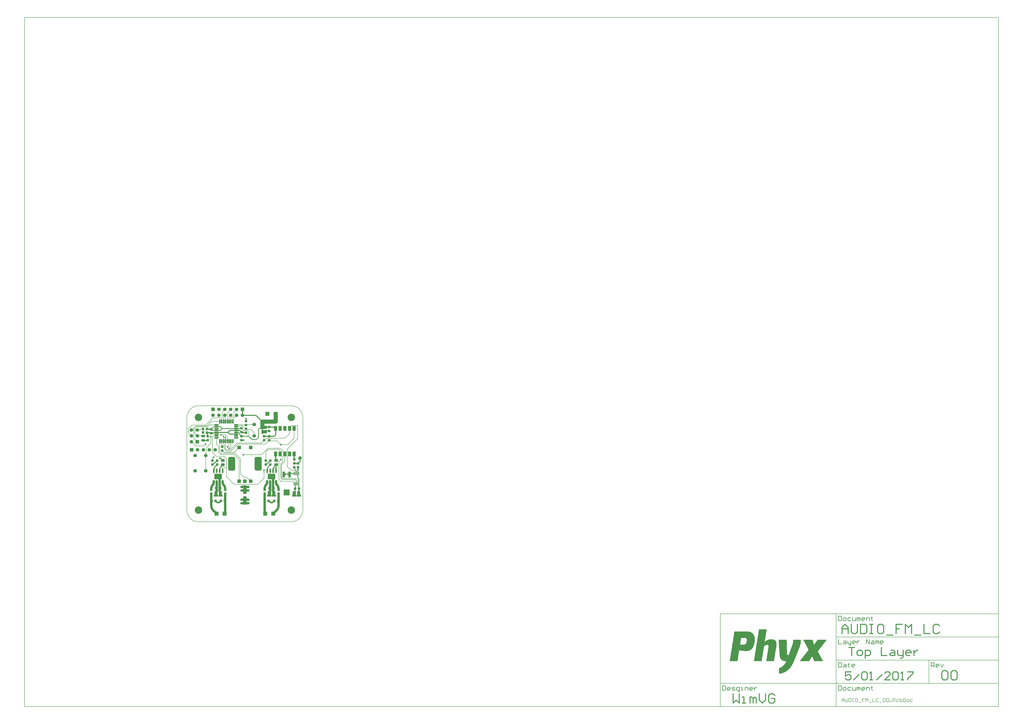
<source format=gtl>
G04 Layer_Physical_Order=1*
G04 Layer_Color=48896*
%FSLAX25Y25*%
%MOIN*%
G70*
G01*
G75*
%ADD10C,0.03937*%
%ADD11C,0.02756*%
%ADD12C,0.01575*%
%ADD13O,0.07677X0.02362*%
%ADD14O,0.02362X0.07677*%
%ADD15O,0.02362X0.07874*%
%ADD16R,0.12992X0.09488*%
%ADD17R,0.03937X0.04331*%
%ADD18R,0.04331X0.03937*%
%ADD19R,0.05118X0.05906*%
%ADD20R,0.01181X0.05709*%
%ADD21R,0.05906X0.03937*%
%ADD22R,0.05906X0.05118*%
%ADD23R,0.09843X0.09843*%
%ADD24R,0.03937X0.09843*%
%ADD25R,0.06299X0.12598*%
%ADD26R,0.05512X0.07874*%
%ADD27C,0.00787*%
%ADD28C,0.01181*%
%ADD29C,0.05906*%
%ADD30C,0.01969*%
%ADD31C,0.03150*%
%ADD32C,0.07087*%
%ADD33C,0.00591*%
%ADD34C,0.00984*%
%ADD35C,0.05906*%
%ADD36R,0.05906X0.05906*%
%ADD37C,0.12598*%
%ADD38C,0.03150*%
%ADD39C,0.06000*%
%ADD40R,0.07087X0.07087*%
%ADD41R,0.06299X0.06299*%
G04:AMPARAMS|DCode=42|XSize=62.99mil|YSize=62.99mil|CornerRadius=15.75mil|HoleSize=0mil|Usage=FLASHONLY|Rotation=0.000|XOffset=0mil|YOffset=0mil|HoleType=Round|Shape=RoundedRectangle|*
%AMROUNDEDRECTD42*
21,1,0.06299,0.03150,0,0,0.0*
21,1,0.03150,0.06299,0,0,0.0*
1,1,0.03150,0.01575,-0.01575*
1,1,0.03150,-0.01575,-0.01575*
1,1,0.03150,-0.01575,0.01575*
1,1,0.03150,0.01575,0.01575*
%
%ADD42ROUNDEDRECTD42*%
G04:AMPARAMS|DCode=43|XSize=118.11mil|YSize=236.22mil|CornerRadius=29.53mil|HoleSize=0mil|Usage=FLASHONLY|Rotation=0.000|XOffset=0mil|YOffset=0mil|HoleType=Round|Shape=RoundedRectangle|*
%AMROUNDEDRECTD43*
21,1,0.11811,0.17716,0,0,0.0*
21,1,0.05906,0.23622,0,0,0.0*
1,1,0.05906,0.02953,-0.08858*
1,1,0.05906,-0.02953,-0.08858*
1,1,0.05906,-0.02953,0.08858*
1,1,0.05906,0.02953,0.08858*
%
%ADD43ROUNDEDRECTD43*%
G04:AMPARAMS|DCode=44|XSize=39.37mil|YSize=39.37mil|CornerRadius=9.84mil|HoleSize=0mil|Usage=FLASHONLY|Rotation=90.000|XOffset=0mil|YOffset=0mil|HoleType=Round|Shape=RoundedRectangle|*
%AMROUNDEDRECTD44*
21,1,0.03937,0.01969,0,0,90.0*
21,1,0.01969,0.03937,0,0,90.0*
1,1,0.01969,0.00984,0.00984*
1,1,0.01969,0.00984,-0.00984*
1,1,0.01969,-0.00984,-0.00984*
1,1,0.01969,-0.00984,0.00984*
%
%ADD44ROUNDEDRECTD44*%
%ADD45R,0.03937X0.03937*%
%ADD46R,0.05906X0.05906*%
%ADD47C,0.02756*%
G36*
X130118Y162795D02*
X135630D01*
Y157677D01*
X130118D01*
X129331Y156890D01*
X126575D01*
Y163976D01*
X128937D01*
X130118Y162795D01*
D02*
G37*
G36*
Y155315D02*
X135630D01*
Y150197D01*
X130118D01*
X128937Y149016D01*
X126575D01*
Y156102D01*
X129331D01*
X130118Y155315D01*
D02*
G37*
G36*
X101575Y48819D02*
X100672Y47916D01*
X100610Y47847D01*
X100506Y47692D01*
X100435Y47520D01*
X100398Y47337D01*
X100394Y47244D01*
X96457D01*
X96452Y47337D01*
X96416Y47520D01*
X96344Y47692D01*
X96241Y47847D01*
X96178Y47916D01*
Y47916D01*
X95276Y48819D01*
Y49213D01*
X101575D01*
Y48819D01*
D02*
G37*
G36*
X150000Y46457D02*
X151181Y45276D01*
Y42913D01*
X144095D01*
Y45669D01*
X144882Y46457D01*
Y51968D01*
X150000D01*
Y46457D01*
D02*
G37*
G36*
X142520D02*
X143307Y45669D01*
Y42913D01*
X136221D01*
Y45276D01*
X137402Y46457D01*
Y51968D01*
X142520D01*
Y46457D01*
D02*
G37*
G36*
X59449D02*
X60630Y45276D01*
Y42913D01*
X53543D01*
Y45669D01*
X54331Y46457D01*
Y51968D01*
X59449D01*
Y46457D01*
D02*
G37*
G36*
X51968D02*
X52756Y45669D01*
Y42913D01*
X45669D01*
Y45276D01*
X46850Y46457D01*
Y51968D01*
X51968D01*
Y46457D01*
D02*
G37*
G36*
X192323Y46457D02*
X193504Y45276D01*
Y42913D01*
X186417D01*
Y45669D01*
X187205Y46457D01*
Y51968D01*
X192323D01*
Y46457D01*
D02*
G37*
G36*
X184843D02*
X185630Y45669D01*
Y42913D01*
X178543D01*
Y45276D01*
X179724Y46457D01*
Y51968D01*
X184843D01*
Y46457D01*
D02*
G37*
G36*
X100398Y43214D02*
X100435Y43031D01*
X100506Y42859D01*
X100610Y42704D01*
X100672Y42635D01*
X101575Y41732D01*
Y41339D01*
X95276D01*
Y41732D01*
X96178Y42635D01*
X96178D01*
X96241Y42704D01*
X96344Y42859D01*
X96416Y43031D01*
X96452Y43214D01*
X96457Y43307D01*
X100394D01*
X100398Y43214D01*
D02*
G37*
G36*
X1086432Y-200414D02*
X1086145D01*
Y-200700D01*
X1085859D01*
Y-200987D01*
Y-201273D01*
X1085573D01*
Y-201559D01*
X1085286D01*
Y-201846D01*
X1085000D01*
Y-202132D01*
Y-202418D01*
X1084714D01*
Y-202704D01*
X1084427D01*
Y-202991D01*
X1084141D01*
Y-203277D01*
X1083855D01*
Y-203563D01*
Y-203850D01*
X1083568D01*
Y-204136D01*
X1083282D01*
Y-204422D01*
X1082996D01*
Y-204709D01*
Y-204995D01*
X1082710D01*
Y-205281D01*
X1082423D01*
Y-205568D01*
X1082137D01*
Y-205854D01*
X1081851D01*
Y-206140D01*
Y-206427D01*
X1081564D01*
Y-206713D01*
X1081278D01*
Y-206999D01*
X1080992D01*
Y-207285D01*
Y-207572D01*
X1080705D01*
Y-207858D01*
X1080419D01*
Y-208144D01*
X1080133D01*
Y-208431D01*
Y-208717D01*
X1079846D01*
Y-209003D01*
X1079560D01*
Y-209290D01*
X1079274D01*
Y-209576D01*
X1078988D01*
Y-209862D01*
Y-210149D01*
X1078701D01*
Y-210435D01*
X1078415D01*
Y-210721D01*
X1078129D01*
Y-211007D01*
Y-211294D01*
X1077842D01*
Y-211580D01*
X1077556D01*
Y-211866D01*
X1077270D01*
Y-212153D01*
Y-212439D01*
X1076983D01*
Y-212725D01*
X1076697D01*
Y-213012D01*
X1076411D01*
Y-213298D01*
X1076124D01*
Y-213584D01*
Y-213871D01*
X1075838D01*
Y-214157D01*
X1075552D01*
Y-214443D01*
X1075265D01*
Y-214730D01*
Y-215016D01*
X1074979D01*
Y-215302D01*
X1074693D01*
Y-215588D01*
X1074407D01*
Y-215875D01*
Y-216161D01*
X1074120D01*
Y-216447D01*
X1073834D01*
Y-216734D01*
X1073548D01*
Y-217020D01*
X1073261D01*
Y-217306D01*
Y-217593D01*
X1072975D01*
Y-217879D01*
X1072689D01*
Y-218165D01*
X1072402D01*
Y-218452D01*
Y-218738D01*
X1072116D01*
Y-219024D01*
X1071830D01*
Y-219311D01*
X1071543D01*
Y-219597D01*
X1071257D01*
Y-219883D01*
Y-220169D01*
X1071543D01*
Y-220456D01*
Y-220742D01*
X1071830D01*
Y-221028D01*
Y-221315D01*
X1072116D01*
Y-221601D01*
X1072402D01*
Y-221887D01*
Y-222174D01*
X1072689D01*
Y-222460D01*
Y-222746D01*
X1072975D01*
Y-223033D01*
Y-223319D01*
X1073261D01*
Y-223605D01*
Y-223892D01*
X1073548D01*
Y-224178D01*
Y-224464D01*
X1073834D01*
Y-224750D01*
Y-225037D01*
X1074120D01*
Y-225323D01*
Y-225609D01*
X1074407D01*
Y-225896D01*
Y-226182D01*
X1074693D01*
Y-226468D01*
X1074979D01*
Y-226755D01*
Y-227041D01*
X1075265D01*
Y-227327D01*
Y-227614D01*
X1075552D01*
Y-227900D01*
Y-228186D01*
X1075838D01*
Y-228473D01*
Y-228759D01*
X1076124D01*
Y-229045D01*
Y-229331D01*
X1076411D01*
Y-229618D01*
Y-229904D01*
X1076697D01*
Y-230190D01*
Y-230477D01*
X1076983D01*
Y-230763D01*
X1077270D01*
Y-231049D01*
Y-231336D01*
X1077556D01*
Y-231622D01*
Y-231908D01*
X1077842D01*
Y-232195D01*
Y-232481D01*
X1078129D01*
Y-232767D01*
Y-233054D01*
X1078415D01*
Y-233340D01*
Y-233626D01*
X1078701D01*
Y-233912D01*
Y-234199D01*
X1078988D01*
Y-234485D01*
Y-234771D01*
X1079274D01*
Y-235058D01*
X1079560D01*
Y-235344D01*
Y-235630D01*
X1079846D01*
Y-235917D01*
Y-236203D01*
X1080133D01*
Y-236489D01*
X1064958D01*
Y-236203D01*
X1064672D01*
Y-235917D01*
Y-235630D01*
Y-235344D01*
X1064386D01*
Y-235058D01*
Y-234771D01*
Y-234485D01*
X1064099D01*
Y-234199D01*
Y-233912D01*
X1063813D01*
Y-233626D01*
Y-233340D01*
Y-233054D01*
X1063527D01*
Y-232767D01*
Y-232481D01*
Y-232195D01*
X1063240D01*
Y-231908D01*
Y-231622D01*
X1062954D01*
Y-231336D01*
Y-231049D01*
Y-230763D01*
X1062668D01*
Y-230477D01*
Y-230190D01*
Y-229904D01*
X1062381D01*
Y-229618D01*
Y-229331D01*
Y-229045D01*
X1062095D01*
Y-228759D01*
X1061522D01*
Y-229045D01*
Y-229331D01*
X1061236D01*
Y-229618D01*
X1060950D01*
Y-229904D01*
Y-230190D01*
X1060664D01*
Y-230477D01*
X1060377D01*
Y-230763D01*
Y-231049D01*
X1060091D01*
Y-231336D01*
X1059805D01*
Y-231622D01*
Y-231908D01*
X1059518D01*
Y-232195D01*
X1059232D01*
Y-232481D01*
X1058946D01*
Y-232767D01*
Y-233054D01*
X1058659D01*
Y-233340D01*
X1058373D01*
Y-233626D01*
Y-233912D01*
X1058087D01*
Y-234199D01*
X1057800D01*
Y-234485D01*
Y-234771D01*
X1057514D01*
Y-235058D01*
X1057228D01*
Y-235344D01*
Y-235630D01*
X1056941D01*
Y-235917D01*
X1056655D01*
Y-236203D01*
Y-236489D01*
X1040622D01*
Y-236203D01*
X1040908D01*
Y-235917D01*
X1041194D01*
Y-235630D01*
X1041481D01*
Y-235344D01*
X1041767D01*
Y-235058D01*
Y-234771D01*
X1042053D01*
Y-234485D01*
X1042340D01*
Y-234199D01*
X1042626D01*
Y-233912D01*
X1042912D01*
Y-233626D01*
Y-233340D01*
X1043198D01*
Y-233054D01*
X1043485D01*
Y-232767D01*
X1043771D01*
Y-232481D01*
Y-232195D01*
X1044057D01*
Y-231908D01*
X1044344D01*
Y-231622D01*
X1044630D01*
Y-231336D01*
X1044916D01*
Y-231049D01*
Y-230763D01*
X1045203D01*
Y-230477D01*
X1045489D01*
Y-230190D01*
X1045775D01*
Y-229904D01*
X1046062D01*
Y-229618D01*
Y-229331D01*
X1046348D01*
Y-229045D01*
X1046634D01*
Y-228759D01*
X1046920D01*
Y-228473D01*
Y-228186D01*
X1047207D01*
Y-227900D01*
X1047493D01*
Y-227614D01*
X1047779D01*
Y-227327D01*
X1048066D01*
Y-227041D01*
Y-226755D01*
X1048352D01*
Y-226468D01*
X1048638D01*
Y-226182D01*
X1048925D01*
Y-225896D01*
Y-225609D01*
X1049211D01*
Y-225323D01*
X1049497D01*
Y-225037D01*
X1049784D01*
Y-224750D01*
X1050070D01*
Y-224464D01*
Y-224178D01*
X1050356D01*
Y-223892D01*
X1050642D01*
Y-223605D01*
X1050929D01*
Y-223319D01*
Y-223033D01*
X1051215D01*
Y-222746D01*
X1051501D01*
Y-222460D01*
X1051788D01*
Y-222174D01*
X1052074D01*
Y-221887D01*
Y-221601D01*
X1052360D01*
Y-221315D01*
X1052647D01*
Y-221028D01*
X1052933D01*
Y-220742D01*
X1053219D01*
Y-220456D01*
Y-220169D01*
X1053506D01*
Y-219883D01*
X1053792D01*
Y-219597D01*
X1054078D01*
Y-219311D01*
Y-219024D01*
X1054365D01*
Y-218738D01*
X1054651D01*
Y-218452D01*
X1054937D01*
Y-218165D01*
X1055223D01*
Y-217879D01*
Y-217593D01*
X1055510D01*
Y-217306D01*
Y-217020D01*
Y-216734D01*
X1055223D01*
Y-216447D01*
X1054937D01*
Y-216161D01*
Y-215875D01*
X1054651D01*
Y-215588D01*
Y-215302D01*
X1054365D01*
Y-215016D01*
Y-214730D01*
X1054078D01*
Y-214443D01*
Y-214157D01*
X1053792D01*
Y-213871D01*
Y-213584D01*
X1053506D01*
Y-213298D01*
Y-213012D01*
X1053219D01*
Y-212725D01*
X1052933D01*
Y-212439D01*
Y-212153D01*
X1052647D01*
Y-211866D01*
Y-211580D01*
X1052360D01*
Y-211294D01*
Y-211007D01*
X1052074D01*
Y-210721D01*
Y-210435D01*
X1051788D01*
Y-210149D01*
Y-209862D01*
X1051501D01*
Y-209576D01*
Y-209290D01*
X1051215D01*
Y-209003D01*
X1050929D01*
Y-208717D01*
Y-208431D01*
X1050642D01*
Y-208144D01*
Y-207858D01*
X1050356D01*
Y-207572D01*
Y-207285D01*
X1050070D01*
Y-206999D01*
Y-206713D01*
X1049784D01*
Y-206427D01*
Y-206140D01*
X1049497D01*
Y-205854D01*
Y-205568D01*
X1049211D01*
Y-205281D01*
Y-204995D01*
X1048925D01*
Y-204709D01*
X1048638D01*
Y-204422D01*
Y-204136D01*
X1048352D01*
Y-203850D01*
Y-203563D01*
X1048066D01*
Y-203277D01*
Y-202991D01*
X1047779D01*
Y-202704D01*
Y-202418D01*
X1047493D01*
Y-202132D01*
Y-201846D01*
X1047207D01*
Y-201559D01*
Y-201273D01*
X1046920D01*
Y-200987D01*
X1046634D01*
Y-200700D01*
Y-200414D01*
X1046348D01*
Y-200128D01*
X1062095D01*
Y-200414D01*
X1062381D01*
Y-200700D01*
Y-200987D01*
Y-201273D01*
X1062668D01*
Y-201559D01*
Y-201846D01*
Y-202132D01*
X1062954D01*
Y-202418D01*
Y-202704D01*
Y-202991D01*
X1063240D01*
Y-203277D01*
Y-203563D01*
Y-203850D01*
X1063527D01*
Y-204136D01*
Y-204422D01*
Y-204709D01*
X1063813D01*
Y-204995D01*
Y-205281D01*
Y-205568D01*
X1064099D01*
Y-205854D01*
Y-206140D01*
Y-206427D01*
X1064386D01*
Y-206713D01*
Y-206999D01*
Y-207285D01*
X1064672D01*
Y-207572D01*
Y-207858D01*
Y-208144D01*
Y-208431D01*
X1065244D01*
Y-208144D01*
X1065531D01*
Y-207858D01*
X1065817D01*
Y-207572D01*
Y-207285D01*
X1066103D01*
Y-206999D01*
X1066390D01*
Y-206713D01*
Y-206427D01*
X1066676D01*
Y-206140D01*
X1066962D01*
Y-205854D01*
Y-205568D01*
X1067249D01*
Y-205281D01*
X1067535D01*
Y-204995D01*
Y-204709D01*
X1067821D01*
Y-204422D01*
X1068108D01*
Y-204136D01*
Y-203850D01*
X1068394D01*
Y-203563D01*
X1068680D01*
Y-203277D01*
Y-202991D01*
X1068966D01*
Y-202704D01*
X1069253D01*
Y-202418D01*
Y-202132D01*
X1069539D01*
Y-201846D01*
X1069825D01*
Y-201559D01*
Y-201273D01*
X1070112D01*
Y-200987D01*
X1070398D01*
Y-200700D01*
Y-200414D01*
X1070684D01*
Y-200128D01*
X1086432D01*
Y-200414D01*
D02*
G37*
G36*
X953296Y-186385D02*
X955014D01*
Y-186671D01*
X955873D01*
Y-186957D01*
X956732D01*
Y-187243D01*
X957591D01*
Y-187530D01*
X958164D01*
Y-187816D01*
X958450D01*
Y-188102D01*
X959022D01*
Y-188389D01*
X959309D01*
Y-188675D01*
X959881D01*
Y-188961D01*
X960168D01*
Y-189248D01*
X960454D01*
Y-189534D01*
X960740D01*
Y-189820D01*
X961027D01*
Y-190107D01*
X961313D01*
Y-190393D01*
X961599D01*
Y-190679D01*
Y-190966D01*
X961886D01*
Y-191252D01*
X962172D01*
Y-191538D01*
Y-191824D01*
X962458D01*
Y-192111D01*
X962745D01*
Y-192397D01*
Y-192683D01*
X963031D01*
Y-192970D01*
Y-193256D01*
Y-193542D01*
X963317D01*
Y-193829D01*
Y-194115D01*
Y-194401D01*
X963603D01*
Y-194688D01*
Y-194974D01*
Y-195260D01*
Y-195547D01*
X963890D01*
Y-195833D01*
Y-196119D01*
Y-196405D01*
Y-196692D01*
Y-196978D01*
X964176D01*
Y-197265D01*
Y-197551D01*
Y-197837D01*
Y-198123D01*
Y-198410D01*
Y-198696D01*
Y-198982D01*
Y-199269D01*
Y-199555D01*
Y-199841D01*
Y-200128D01*
Y-200414D01*
Y-200700D01*
Y-200987D01*
Y-201273D01*
Y-201559D01*
Y-201846D01*
Y-202132D01*
Y-202418D01*
Y-202704D01*
X963890D01*
Y-202991D01*
Y-203277D01*
Y-203563D01*
Y-203850D01*
Y-204136D01*
Y-204422D01*
Y-204709D01*
X963603D01*
Y-204995D01*
Y-205281D01*
Y-205568D01*
Y-205854D01*
Y-206140D01*
X963317D01*
Y-206427D01*
Y-206713D01*
Y-206999D01*
Y-207285D01*
Y-207572D01*
X963031D01*
Y-207858D01*
Y-208144D01*
Y-208431D01*
X962745D01*
Y-208717D01*
Y-209003D01*
Y-209290D01*
Y-209576D01*
X962458D01*
Y-209862D01*
Y-210149D01*
Y-210435D01*
X962172D01*
Y-210721D01*
Y-211007D01*
X961886D01*
Y-211294D01*
Y-211580D01*
Y-211866D01*
X961599D01*
Y-212153D01*
Y-212439D01*
X961313D01*
Y-212725D01*
Y-213012D01*
X961027D01*
Y-213298D01*
Y-213584D01*
X960740D01*
Y-213871D01*
X960454D01*
Y-214157D01*
Y-214443D01*
X960168D01*
Y-214730D01*
X959881D01*
Y-215016D01*
X959595D01*
Y-215302D01*
Y-215588D01*
X959309D01*
Y-215875D01*
X959022D01*
Y-216161D01*
X958736D01*
Y-216447D01*
X958450D01*
Y-216734D01*
X958164D01*
Y-217020D01*
X957591D01*
Y-217306D01*
X957304D01*
Y-217593D01*
X956732D01*
Y-217879D01*
X956446D01*
Y-218165D01*
X955873D01*
Y-218452D01*
X955014D01*
Y-218738D01*
X954155D01*
Y-219024D01*
X953296D01*
Y-219311D01*
X951578D01*
Y-219597D01*
X946425D01*
Y-219311D01*
X943848D01*
Y-219024D01*
X941844D01*
Y-218738D01*
X940412D01*
Y-218452D01*
X938980D01*
Y-218165D01*
X937549D01*
Y-218452D01*
Y-218738D01*
Y-219024D01*
Y-219311D01*
Y-219597D01*
Y-219883D01*
Y-220169D01*
X937263D01*
Y-220456D01*
Y-220742D01*
Y-221028D01*
Y-221315D01*
Y-221601D01*
Y-221887D01*
X936976D01*
Y-222174D01*
Y-222460D01*
Y-222746D01*
Y-223033D01*
Y-223319D01*
Y-223605D01*
X936690D01*
Y-223892D01*
Y-224178D01*
Y-224464D01*
Y-224750D01*
Y-225037D01*
Y-225323D01*
Y-225609D01*
X936404D01*
Y-225896D01*
Y-226182D01*
Y-226468D01*
Y-226755D01*
Y-227041D01*
Y-227327D01*
X936117D01*
Y-227614D01*
Y-227900D01*
Y-228186D01*
Y-228473D01*
Y-228759D01*
Y-229045D01*
X935831D01*
Y-229331D01*
Y-229618D01*
Y-229904D01*
Y-230190D01*
Y-230477D01*
Y-230763D01*
Y-231049D01*
X935545D01*
Y-231336D01*
Y-231622D01*
Y-231908D01*
Y-232195D01*
Y-232481D01*
Y-232767D01*
X935258D01*
Y-233054D01*
Y-233340D01*
Y-233626D01*
Y-233912D01*
Y-234199D01*
Y-234485D01*
X934972D01*
Y-234771D01*
Y-235058D01*
Y-235344D01*
Y-235630D01*
Y-235917D01*
Y-236203D01*
Y-236489D01*
X921515D01*
Y-236203D01*
X921802D01*
Y-235917D01*
Y-235630D01*
Y-235344D01*
Y-235058D01*
Y-234771D01*
X922088D01*
Y-234485D01*
Y-234199D01*
Y-233912D01*
Y-233626D01*
Y-233340D01*
Y-233054D01*
Y-232767D01*
X922374D01*
Y-232481D01*
Y-232195D01*
Y-231908D01*
Y-231622D01*
Y-231336D01*
Y-231049D01*
X922661D01*
Y-230763D01*
Y-230477D01*
Y-230190D01*
Y-229904D01*
Y-229618D01*
Y-229331D01*
X922947D01*
Y-229045D01*
Y-228759D01*
Y-228473D01*
Y-228186D01*
Y-227900D01*
Y-227614D01*
Y-227327D01*
X923233D01*
Y-227041D01*
Y-226755D01*
Y-226468D01*
Y-226182D01*
Y-225896D01*
Y-225609D01*
X923520D01*
Y-225323D01*
Y-225037D01*
Y-224750D01*
Y-224464D01*
Y-224178D01*
Y-223892D01*
X923806D01*
Y-223605D01*
Y-223319D01*
Y-223033D01*
Y-222746D01*
Y-222460D01*
Y-222174D01*
X924092D01*
Y-221887D01*
Y-221601D01*
Y-221315D01*
Y-221028D01*
Y-220742D01*
Y-220456D01*
Y-220169D01*
X924379D01*
Y-219883D01*
Y-219597D01*
Y-219311D01*
Y-219024D01*
Y-218738D01*
Y-218452D01*
X924665D01*
Y-218165D01*
Y-217879D01*
Y-217593D01*
Y-217306D01*
Y-217020D01*
Y-216734D01*
X924951D01*
Y-216447D01*
Y-216161D01*
Y-215875D01*
Y-215588D01*
Y-215302D01*
Y-215016D01*
X925237D01*
Y-214730D01*
Y-214443D01*
Y-214157D01*
Y-213871D01*
Y-213584D01*
Y-213298D01*
Y-213012D01*
X925524D01*
Y-212725D01*
Y-212439D01*
Y-212153D01*
Y-211866D01*
Y-211580D01*
Y-211294D01*
X925810D01*
Y-211007D01*
Y-210721D01*
Y-210435D01*
Y-210149D01*
Y-209862D01*
Y-209576D01*
X926096D01*
Y-209290D01*
Y-209003D01*
Y-208717D01*
Y-208431D01*
Y-208144D01*
Y-207858D01*
Y-207572D01*
X926383D01*
Y-207285D01*
Y-206999D01*
Y-206713D01*
Y-206427D01*
Y-206140D01*
Y-205854D01*
X926669D01*
Y-205568D01*
Y-205281D01*
Y-204995D01*
Y-204709D01*
Y-204422D01*
Y-204136D01*
X926955D01*
Y-203850D01*
Y-203563D01*
Y-203277D01*
Y-202991D01*
Y-202704D01*
Y-202418D01*
X927242D01*
Y-202132D01*
Y-201846D01*
Y-201559D01*
Y-201273D01*
Y-200987D01*
Y-200700D01*
Y-200414D01*
X927528D01*
Y-200128D01*
Y-199841D01*
Y-199555D01*
Y-199269D01*
Y-198982D01*
Y-198696D01*
X927814D01*
Y-198410D01*
Y-198123D01*
Y-197837D01*
Y-197551D01*
Y-197265D01*
Y-196978D01*
X928101D01*
Y-196692D01*
Y-196405D01*
Y-196119D01*
Y-195833D01*
Y-195547D01*
Y-195260D01*
Y-194974D01*
X928387D01*
Y-194688D01*
Y-194401D01*
Y-194115D01*
Y-193829D01*
Y-193542D01*
Y-193256D01*
X928673D01*
Y-192970D01*
Y-192683D01*
Y-192397D01*
Y-192111D01*
Y-191824D01*
Y-191538D01*
X928960D01*
Y-191252D01*
Y-190966D01*
Y-190679D01*
Y-190393D01*
Y-190107D01*
Y-189820D01*
Y-189534D01*
X929246D01*
Y-189248D01*
Y-188961D01*
Y-188675D01*
Y-188389D01*
Y-188102D01*
Y-187816D01*
X929532D01*
Y-187530D01*
Y-187243D01*
Y-186957D01*
Y-186671D01*
Y-186385D01*
Y-186098D01*
X953296D01*
Y-186385D01*
D02*
G37*
G36*
X1042340Y-200414D02*
Y-200700D01*
Y-200987D01*
Y-201273D01*
Y-201559D01*
Y-201846D01*
Y-202132D01*
Y-202418D01*
Y-202704D01*
Y-202991D01*
Y-203277D01*
Y-203563D01*
Y-203850D01*
Y-204136D01*
Y-204422D01*
Y-204709D01*
Y-204995D01*
Y-205281D01*
Y-205568D01*
Y-205854D01*
Y-206140D01*
X1042053D01*
Y-206427D01*
Y-206713D01*
Y-206999D01*
Y-207285D01*
Y-207572D01*
X1041767D01*
Y-207858D01*
Y-208144D01*
Y-208431D01*
Y-208717D01*
X1041481D01*
Y-209003D01*
Y-209290D01*
Y-209576D01*
Y-209862D01*
X1041194D01*
Y-210149D01*
Y-210435D01*
Y-210721D01*
X1040908D01*
Y-211007D01*
Y-211294D01*
Y-211580D01*
X1040622D01*
Y-211866D01*
Y-212153D01*
Y-212439D01*
X1040335D01*
Y-212725D01*
Y-213012D01*
Y-213298D01*
X1040049D01*
Y-213584D01*
Y-213871D01*
X1039763D01*
Y-214157D01*
Y-214443D01*
X1039476D01*
Y-214730D01*
Y-215016D01*
Y-215302D01*
X1039190D01*
Y-215588D01*
Y-215875D01*
X1038904D01*
Y-216161D01*
Y-216447D01*
Y-216734D01*
X1038617D01*
Y-217020D01*
Y-217306D01*
X1038331D01*
Y-217593D01*
Y-217879D01*
Y-218165D01*
X1038045D01*
Y-218452D01*
Y-218738D01*
X1037758D01*
Y-219024D01*
Y-219311D01*
Y-219597D01*
X1037472D01*
Y-219883D01*
Y-220169D01*
X1037186D01*
Y-220456D01*
Y-220742D01*
Y-221028D01*
X1036899D01*
Y-221315D01*
Y-221601D01*
X1036613D01*
Y-221887D01*
Y-222174D01*
Y-222460D01*
X1036327D01*
Y-222746D01*
Y-223033D01*
X1036041D01*
Y-223319D01*
Y-223605D01*
Y-223892D01*
X1035754D01*
Y-224178D01*
Y-224464D01*
X1035468D01*
Y-224750D01*
Y-225037D01*
Y-225323D01*
X1035182D01*
Y-225609D01*
Y-225896D01*
X1034895D01*
Y-226182D01*
Y-226468D01*
Y-226755D01*
X1034609D01*
Y-227041D01*
Y-227327D01*
X1034323D01*
Y-227614D01*
Y-227900D01*
Y-228186D01*
X1034036D01*
Y-228473D01*
Y-228759D01*
X1033750D01*
Y-229045D01*
Y-229331D01*
Y-229618D01*
X1033464D01*
Y-229904D01*
Y-230190D01*
X1033177D01*
Y-230477D01*
Y-230763D01*
Y-231049D01*
X1032891D01*
Y-231336D01*
Y-231622D01*
X1032605D01*
Y-231908D01*
Y-232195D01*
Y-232481D01*
X1032318D01*
Y-232767D01*
Y-233054D01*
X1032032D01*
Y-233340D01*
Y-233626D01*
Y-233912D01*
X1031746D01*
Y-234199D01*
Y-234485D01*
X1031460D01*
Y-234771D01*
Y-235058D01*
Y-235344D01*
X1031173D01*
Y-235630D01*
Y-235917D01*
X1030887D01*
Y-236203D01*
Y-236489D01*
Y-236776D01*
X1030601D01*
Y-237062D01*
Y-237348D01*
X1030314D01*
Y-237635D01*
Y-237921D01*
X1030028D01*
Y-238207D01*
Y-238493D01*
X1029742D01*
Y-238780D01*
Y-239066D01*
Y-239352D01*
X1029455D01*
Y-239639D01*
X1029169D01*
Y-239925D01*
Y-240211D01*
Y-240498D01*
X1028883D01*
Y-240784D01*
X1028596D01*
Y-241070D01*
Y-241357D01*
X1028310D01*
Y-241643D01*
Y-241929D01*
X1028024D01*
Y-242216D01*
Y-242502D01*
X1027738D01*
Y-242788D01*
Y-243074D01*
X1027451D01*
Y-243361D01*
X1027165D01*
Y-243647D01*
Y-243934D01*
X1026879D01*
Y-244220D01*
Y-244506D01*
X1026592D01*
Y-244792D01*
X1026306D01*
Y-245079D01*
X1026020D01*
Y-245365D01*
Y-245651D01*
X1025733D01*
Y-245938D01*
X1025447D01*
Y-246224D01*
Y-246510D01*
X1025161D01*
Y-246797D01*
X1024874D01*
Y-247083D01*
X1024588D01*
Y-247369D01*
Y-247656D01*
X1024302D01*
Y-247942D01*
X1024015D01*
Y-248228D01*
X1023729D01*
Y-248515D01*
X1023443D01*
Y-248801D01*
X1023157D01*
Y-249087D01*
Y-249373D01*
X1022870D01*
Y-249660D01*
X1022584D01*
Y-249946D01*
X1022298D01*
Y-250232D01*
X1022011D01*
Y-250519D01*
X1021725D01*
Y-250805D01*
X1021439D01*
Y-251091D01*
X1021152D01*
Y-251378D01*
X1020580D01*
Y-251664D01*
X1020293D01*
Y-251950D01*
X1020007D01*
Y-252237D01*
X1019721D01*
Y-252523D01*
X1019434D01*
Y-252809D01*
X1018862D01*
Y-253096D01*
X1018575D01*
Y-253382D01*
X1018003D01*
Y-253668D01*
X1017717D01*
Y-253954D01*
X1017144D01*
Y-254241D01*
X1016858D01*
Y-254527D01*
X1016285D01*
Y-254813D01*
X1015712D01*
Y-255100D01*
X1015140D01*
Y-255386D01*
X1014567D01*
Y-255672D01*
X1013995D01*
Y-255959D01*
X1013136D01*
Y-256245D01*
X1012563D01*
Y-256531D01*
X1011704D01*
Y-256818D01*
X1010559D01*
Y-257104D01*
X1009414D01*
Y-257390D01*
X1007696D01*
Y-257677D01*
X1005691D01*
Y-257963D01*
X1005405D01*
Y-257677D01*
Y-257390D01*
Y-257104D01*
Y-256818D01*
Y-256531D01*
Y-256245D01*
Y-255959D01*
Y-255672D01*
Y-255386D01*
Y-255100D01*
Y-254813D01*
Y-254527D01*
Y-254241D01*
Y-253954D01*
Y-253668D01*
Y-253382D01*
Y-253096D01*
Y-252809D01*
Y-252523D01*
Y-252237D01*
Y-251950D01*
Y-251664D01*
Y-251378D01*
Y-251091D01*
Y-250805D01*
Y-250519D01*
Y-250232D01*
Y-249946D01*
Y-249660D01*
Y-249373D01*
Y-249087D01*
Y-248801D01*
Y-248515D01*
X1005978D01*
Y-248228D01*
X1006550D01*
Y-247942D01*
X1007123D01*
Y-247656D01*
X1007696D01*
Y-247369D01*
X1008268D01*
Y-247083D01*
X1008841D01*
Y-246797D01*
X1009127D01*
Y-246510D01*
X1009700D01*
Y-246224D01*
X1009986D01*
Y-245938D01*
X1010559D01*
Y-245651D01*
X1010845D01*
Y-245365D01*
X1011131D01*
Y-245079D01*
X1011704D01*
Y-244792D01*
X1011990D01*
Y-244506D01*
X1012277D01*
Y-244220D01*
X1012563D01*
Y-243934D01*
X1012849D01*
Y-243647D01*
X1013136D01*
Y-243361D01*
X1013422D01*
Y-243074D01*
X1013708D01*
Y-242788D01*
X1013995D01*
Y-242502D01*
X1014281D01*
Y-242216D01*
X1014567D01*
Y-241929D01*
X1014853D01*
Y-241643D01*
Y-241357D01*
X1015140D01*
Y-241070D01*
X1015426D01*
Y-240784D01*
X1015712D01*
Y-240498D01*
Y-240211D01*
X1015999D01*
Y-239925D01*
X1016285D01*
Y-239639D01*
Y-239352D01*
X1016571D01*
Y-239066D01*
Y-238780D01*
X1016858D01*
Y-238493D01*
X1017144D01*
Y-238207D01*
Y-237921D01*
X1017430D01*
Y-237635D01*
Y-237348D01*
X1017717D01*
Y-237062D01*
Y-236776D01*
X1015999D01*
Y-236489D01*
X1013995D01*
Y-236203D01*
X1012849D01*
Y-235917D01*
X1012277D01*
Y-235630D01*
X1011418D01*
Y-235344D01*
X1010845D01*
Y-235058D01*
X1010559D01*
Y-234771D01*
X1009986D01*
Y-234485D01*
X1009700D01*
Y-234199D01*
X1009414D01*
Y-233912D01*
X1009127D01*
Y-233626D01*
X1008841D01*
Y-233340D01*
X1008554D01*
Y-233054D01*
Y-232767D01*
X1008268D01*
Y-232481D01*
X1007982D01*
Y-232195D01*
Y-231908D01*
X1007696D01*
Y-231622D01*
Y-231336D01*
X1007409D01*
Y-231049D01*
Y-230763D01*
X1007123D01*
Y-230477D01*
Y-230190D01*
Y-229904D01*
X1006837D01*
Y-229618D01*
Y-229331D01*
Y-229045D01*
Y-228759D01*
X1006550D01*
Y-228473D01*
Y-228186D01*
Y-227900D01*
Y-227614D01*
Y-227327D01*
Y-227041D01*
Y-226755D01*
X1006264D01*
Y-226468D01*
Y-226182D01*
Y-225896D01*
Y-225609D01*
Y-225323D01*
Y-225037D01*
Y-224750D01*
Y-224464D01*
Y-224178D01*
Y-223892D01*
Y-223605D01*
Y-223319D01*
Y-223033D01*
Y-222746D01*
Y-222460D01*
X1005978D01*
Y-222174D01*
Y-221887D01*
Y-221601D01*
Y-221315D01*
Y-221028D01*
Y-220742D01*
Y-220456D01*
Y-220169D01*
Y-219883D01*
Y-219597D01*
Y-219311D01*
Y-219024D01*
Y-218738D01*
Y-218452D01*
Y-218165D01*
X1005691D01*
Y-217879D01*
Y-217593D01*
Y-217306D01*
Y-217020D01*
Y-216734D01*
Y-216447D01*
Y-216161D01*
Y-215875D01*
Y-215588D01*
Y-215302D01*
Y-215016D01*
Y-214730D01*
Y-214443D01*
Y-214157D01*
Y-213871D01*
Y-213584D01*
X1005405D01*
Y-213298D01*
Y-213012D01*
Y-212725D01*
Y-212439D01*
Y-212153D01*
Y-211866D01*
Y-211580D01*
Y-211294D01*
Y-211007D01*
Y-210721D01*
Y-210435D01*
Y-210149D01*
Y-209862D01*
Y-209576D01*
Y-209290D01*
Y-209003D01*
X1005119D01*
Y-208717D01*
Y-208431D01*
Y-208144D01*
Y-207858D01*
Y-207572D01*
Y-207285D01*
Y-206999D01*
Y-206713D01*
Y-206427D01*
Y-206140D01*
Y-205854D01*
Y-205568D01*
Y-205281D01*
Y-204995D01*
X1004832D01*
Y-204709D01*
Y-204422D01*
Y-204136D01*
Y-203850D01*
Y-203563D01*
Y-203277D01*
Y-202991D01*
Y-202704D01*
Y-202418D01*
Y-202132D01*
Y-201846D01*
Y-201559D01*
Y-201273D01*
Y-200987D01*
Y-200700D01*
Y-200414D01*
X1004546D01*
Y-200128D01*
X1018289D01*
Y-200414D01*
Y-200700D01*
Y-200987D01*
Y-201273D01*
Y-201559D01*
Y-201846D01*
Y-202132D01*
Y-202418D01*
Y-202704D01*
Y-202991D01*
Y-203277D01*
Y-203563D01*
Y-203850D01*
Y-204136D01*
X1018575D01*
Y-204422D01*
Y-204709D01*
Y-204995D01*
Y-205281D01*
Y-205568D01*
Y-205854D01*
Y-206140D01*
Y-206427D01*
Y-206713D01*
Y-206999D01*
Y-207285D01*
Y-207572D01*
Y-207858D01*
Y-208144D01*
Y-208431D01*
Y-208717D01*
Y-209003D01*
Y-209290D01*
Y-209576D01*
Y-209862D01*
Y-210149D01*
Y-210435D01*
Y-210721D01*
Y-211007D01*
Y-211294D01*
Y-211580D01*
Y-211866D01*
Y-212153D01*
Y-212439D01*
Y-212725D01*
Y-213012D01*
Y-213298D01*
Y-213584D01*
Y-213871D01*
Y-214157D01*
Y-214443D01*
Y-214730D01*
Y-215016D01*
Y-215302D01*
Y-215588D01*
Y-215875D01*
X1018862D01*
Y-216161D01*
X1018575D01*
Y-216447D01*
Y-216734D01*
X1018862D01*
Y-217020D01*
Y-217306D01*
Y-217593D01*
Y-217879D01*
Y-218165D01*
Y-218452D01*
Y-218738D01*
Y-219024D01*
Y-219311D01*
Y-219597D01*
Y-219883D01*
Y-220169D01*
Y-220456D01*
Y-220742D01*
Y-221028D01*
Y-221315D01*
Y-221601D01*
Y-221887D01*
Y-222174D01*
Y-222460D01*
Y-222746D01*
Y-223033D01*
Y-223319D01*
Y-223605D01*
Y-223892D01*
Y-224178D01*
X1019148D01*
Y-224464D01*
Y-224750D01*
Y-225037D01*
X1019434D01*
Y-225323D01*
X1019721D01*
Y-225609D01*
X1020007D01*
Y-225896D01*
X1020866D01*
Y-226182D01*
X1021725D01*
Y-225896D01*
X1022011D01*
Y-225609D01*
Y-225323D01*
Y-225037D01*
X1022298D01*
Y-224750D01*
Y-224464D01*
X1022584D01*
Y-224178D01*
Y-223892D01*
Y-223605D01*
X1022870D01*
Y-223319D01*
Y-223033D01*
Y-222746D01*
X1023157D01*
Y-222460D01*
Y-222174D01*
Y-221887D01*
X1023443D01*
Y-221601D01*
Y-221315D01*
Y-221028D01*
X1023729D01*
Y-220742D01*
Y-220456D01*
X1024015D01*
Y-220169D01*
Y-219883D01*
Y-219597D01*
X1024302D01*
Y-219311D01*
Y-219024D01*
Y-218738D01*
X1024588D01*
Y-218452D01*
Y-218165D01*
Y-217879D01*
X1024874D01*
Y-217593D01*
Y-217306D01*
X1025161D01*
Y-217020D01*
Y-216734D01*
Y-216447D01*
X1025447D01*
Y-216161D01*
Y-215875D01*
Y-215588D01*
X1025733D01*
Y-215302D01*
Y-215016D01*
Y-214730D01*
X1026020D01*
Y-214443D01*
Y-214157D01*
X1026306D01*
Y-213871D01*
Y-213584D01*
Y-213298D01*
X1026592D01*
Y-213012D01*
Y-212725D01*
Y-212439D01*
X1026879D01*
Y-212153D01*
Y-211866D01*
Y-211580D01*
X1027165D01*
Y-211294D01*
Y-211007D01*
X1027451D01*
Y-210721D01*
Y-210435D01*
Y-210149D01*
X1027738D01*
Y-209862D01*
Y-209576D01*
Y-209290D01*
X1028024D01*
Y-209003D01*
Y-208717D01*
Y-208431D01*
X1028310D01*
Y-208144D01*
Y-207858D01*
Y-207572D01*
Y-207285D01*
X1028596D01*
Y-206999D01*
Y-206713D01*
Y-206427D01*
Y-206140D01*
X1028883D01*
Y-205854D01*
Y-205568D01*
Y-205281D01*
Y-204995D01*
Y-204709D01*
X1029169D01*
Y-204422D01*
Y-204136D01*
Y-203850D01*
Y-203563D01*
Y-203277D01*
Y-202991D01*
X1029455D01*
Y-202704D01*
Y-202418D01*
Y-202132D01*
Y-201846D01*
Y-201559D01*
Y-201273D01*
Y-200987D01*
Y-200700D01*
Y-200414D01*
Y-200128D01*
X1042340D01*
Y-200414D01*
D02*
G37*
G36*
X984504Y-182949D02*
Y-183235D01*
X984218D01*
Y-183521D01*
Y-183808D01*
Y-184094D01*
Y-184380D01*
Y-184667D01*
Y-184953D01*
X983932D01*
Y-185239D01*
Y-185526D01*
Y-185812D01*
Y-186098D01*
Y-186385D01*
Y-186671D01*
X983645D01*
Y-186957D01*
Y-187243D01*
Y-187530D01*
Y-187816D01*
Y-188102D01*
Y-188389D01*
Y-188675D01*
X983359D01*
Y-188961D01*
Y-189248D01*
Y-189534D01*
Y-189820D01*
Y-190107D01*
Y-190393D01*
X983073D01*
Y-190679D01*
Y-190966D01*
Y-191252D01*
Y-191538D01*
Y-191824D01*
Y-192111D01*
X982786D01*
Y-192397D01*
Y-192683D01*
Y-192970D01*
Y-193256D01*
Y-193542D01*
Y-193829D01*
Y-194115D01*
X982500D01*
Y-194401D01*
Y-194688D01*
Y-194974D01*
Y-195260D01*
Y-195547D01*
Y-195833D01*
X982214D01*
Y-196119D01*
Y-196405D01*
Y-196692D01*
Y-196978D01*
Y-197265D01*
Y-197551D01*
X981927D01*
Y-197837D01*
Y-198123D01*
Y-198410D01*
Y-198696D01*
Y-198982D01*
Y-199269D01*
X981641D01*
Y-199555D01*
Y-199841D01*
Y-200128D01*
Y-200414D01*
Y-200700D01*
Y-200987D01*
Y-201273D01*
X981355D01*
Y-201559D01*
Y-201846D01*
Y-202132D01*
Y-202418D01*
Y-202704D01*
Y-202991D01*
X981069D01*
Y-203277D01*
Y-203563D01*
X981641D01*
Y-203277D01*
X981927D01*
Y-202991D01*
X982214D01*
Y-202704D01*
X982786D01*
Y-202418D01*
X983073D01*
Y-202132D01*
X983359D01*
Y-201846D01*
X983932D01*
Y-201559D01*
X984504D01*
Y-201273D01*
X984791D01*
Y-200987D01*
X985363D01*
Y-200700D01*
X986222D01*
Y-200414D01*
X986795D01*
Y-200128D01*
X987654D01*
Y-199841D01*
X989085D01*
Y-199555D01*
X995384D01*
Y-199841D01*
X996529D01*
Y-200128D01*
X997388D01*
Y-200414D01*
X997961D01*
Y-200700D01*
X998247D01*
Y-200987D01*
X998820D01*
Y-201273D01*
X999106D01*
Y-201559D01*
X999393D01*
Y-201846D01*
X999679D01*
Y-202132D01*
X999965D01*
Y-202418D01*
Y-202704D01*
X1000251D01*
Y-202991D01*
Y-203277D01*
X1000538D01*
Y-203563D01*
Y-203850D01*
Y-204136D01*
X1000824D01*
Y-204422D01*
Y-204709D01*
Y-204995D01*
Y-205281D01*
X1001110D01*
Y-205568D01*
Y-205854D01*
Y-206140D01*
Y-206427D01*
Y-206713D01*
Y-206999D01*
Y-207285D01*
Y-207572D01*
Y-207858D01*
Y-208144D01*
Y-208431D01*
Y-208717D01*
Y-209003D01*
Y-209290D01*
Y-209576D01*
Y-209862D01*
Y-210149D01*
Y-210435D01*
X1000824D01*
Y-210721D01*
Y-211007D01*
Y-211294D01*
Y-211580D01*
Y-211866D01*
Y-212153D01*
Y-212439D01*
X1000538D01*
Y-212725D01*
Y-213012D01*
Y-213298D01*
Y-213584D01*
Y-213871D01*
Y-214157D01*
Y-214443D01*
X1000251D01*
Y-214730D01*
Y-215016D01*
Y-215302D01*
Y-215588D01*
Y-215875D01*
Y-216161D01*
X999965D01*
Y-216447D01*
Y-216734D01*
Y-217020D01*
Y-217306D01*
Y-217593D01*
Y-217879D01*
X999679D01*
Y-218165D01*
Y-218452D01*
Y-218738D01*
Y-219024D01*
Y-219311D01*
Y-219597D01*
X999393D01*
Y-219883D01*
Y-220169D01*
Y-220456D01*
Y-220742D01*
Y-221028D01*
Y-221315D01*
Y-221601D01*
X999106D01*
Y-221887D01*
Y-222174D01*
Y-222460D01*
Y-222746D01*
Y-223033D01*
Y-223319D01*
X998820D01*
Y-223605D01*
Y-223892D01*
Y-224178D01*
Y-224464D01*
Y-224750D01*
Y-225037D01*
X998534D01*
Y-225323D01*
Y-225609D01*
Y-225896D01*
Y-226182D01*
Y-226468D01*
Y-226755D01*
Y-227041D01*
X998247D01*
Y-227327D01*
Y-227614D01*
Y-227900D01*
Y-228186D01*
Y-228473D01*
Y-228759D01*
X997961D01*
Y-229045D01*
Y-229331D01*
Y-229618D01*
Y-229904D01*
Y-230190D01*
Y-230477D01*
X997675D01*
Y-230763D01*
Y-231049D01*
Y-231336D01*
Y-231622D01*
Y-231908D01*
Y-232195D01*
X997388D01*
Y-232481D01*
Y-232767D01*
Y-233054D01*
Y-233340D01*
Y-233626D01*
Y-233912D01*
Y-234199D01*
X997102D01*
Y-234485D01*
Y-234771D01*
Y-235058D01*
Y-235344D01*
Y-235630D01*
Y-235917D01*
X996816D01*
Y-236203D01*
Y-236489D01*
X983645D01*
Y-236203D01*
Y-235917D01*
X983932D01*
Y-235630D01*
Y-235344D01*
Y-235058D01*
Y-234771D01*
Y-234485D01*
Y-234199D01*
X984218D01*
Y-233912D01*
Y-233626D01*
Y-233340D01*
Y-233054D01*
Y-232767D01*
Y-232481D01*
Y-232195D01*
X984504D01*
Y-231908D01*
Y-231622D01*
Y-231336D01*
Y-231049D01*
Y-230763D01*
Y-230477D01*
X984791D01*
Y-230190D01*
Y-229904D01*
Y-229618D01*
Y-229331D01*
Y-229045D01*
Y-228759D01*
X985077D01*
Y-228473D01*
Y-228186D01*
Y-227900D01*
Y-227614D01*
Y-227327D01*
Y-227041D01*
Y-226755D01*
X985363D01*
Y-226468D01*
Y-226182D01*
Y-225896D01*
Y-225609D01*
Y-225323D01*
Y-225037D01*
X985649D01*
Y-224750D01*
Y-224464D01*
Y-224178D01*
Y-223892D01*
Y-223605D01*
Y-223319D01*
Y-223033D01*
X985936D01*
Y-222746D01*
Y-222460D01*
Y-222174D01*
Y-221887D01*
Y-221601D01*
Y-221315D01*
X986222D01*
Y-221028D01*
Y-220742D01*
Y-220456D01*
Y-220169D01*
Y-219883D01*
Y-219597D01*
X986508D01*
Y-219311D01*
Y-219024D01*
Y-218738D01*
Y-218452D01*
Y-218165D01*
Y-217879D01*
X986795D01*
Y-217593D01*
Y-217306D01*
Y-217020D01*
Y-216734D01*
Y-216447D01*
Y-216161D01*
Y-215875D01*
X987081D01*
Y-215588D01*
Y-215302D01*
Y-215016D01*
Y-214730D01*
Y-214443D01*
Y-214157D01*
X987367D01*
Y-213871D01*
Y-213584D01*
Y-213298D01*
Y-213012D01*
Y-212725D01*
Y-212439D01*
Y-212153D01*
X987654D01*
Y-211866D01*
Y-211580D01*
Y-211294D01*
Y-211007D01*
Y-210721D01*
Y-210435D01*
X987367D01*
Y-210149D01*
Y-209862D01*
X987081D01*
Y-209576D01*
X986795D01*
Y-209290D01*
X986222D01*
Y-209003D01*
X984504D01*
Y-209290D01*
X983073D01*
Y-209576D01*
X982214D01*
Y-209862D01*
X981641D01*
Y-210149D01*
X981355D01*
Y-210435D01*
X980782D01*
Y-210721D01*
X980496D01*
Y-211007D01*
X980210D01*
Y-211294D01*
Y-211580D01*
X979923D01*
Y-211866D01*
Y-212153D01*
Y-212439D01*
X979637D01*
Y-212725D01*
Y-213012D01*
Y-213298D01*
Y-213584D01*
Y-213871D01*
Y-214157D01*
X979351D01*
Y-214443D01*
Y-214730D01*
Y-215016D01*
Y-215302D01*
Y-215588D01*
Y-215875D01*
Y-216161D01*
X979064D01*
Y-216447D01*
Y-216734D01*
Y-217020D01*
Y-217306D01*
Y-217593D01*
Y-217879D01*
X978778D01*
Y-218165D01*
Y-218452D01*
Y-218738D01*
Y-219024D01*
Y-219311D01*
Y-219597D01*
X978492D01*
Y-219883D01*
Y-220169D01*
Y-220456D01*
Y-220742D01*
Y-221028D01*
Y-221315D01*
X978205D01*
Y-221601D01*
Y-221887D01*
Y-222174D01*
Y-222460D01*
Y-222746D01*
Y-223033D01*
Y-223319D01*
X977919D01*
Y-223605D01*
Y-223892D01*
Y-224178D01*
Y-224464D01*
Y-224750D01*
Y-225037D01*
X977633D01*
Y-225323D01*
Y-225609D01*
Y-225896D01*
Y-226182D01*
Y-226468D01*
Y-226755D01*
X977346D01*
Y-227041D01*
Y-227327D01*
Y-227614D01*
Y-227900D01*
Y-228186D01*
Y-228473D01*
Y-228759D01*
X977060D01*
Y-229045D01*
Y-229331D01*
Y-229618D01*
Y-229904D01*
Y-230190D01*
Y-230477D01*
X976774D01*
Y-230763D01*
Y-231049D01*
Y-231336D01*
Y-231622D01*
Y-231908D01*
Y-232195D01*
X976488D01*
Y-232481D01*
Y-232767D01*
Y-233054D01*
Y-233340D01*
Y-233626D01*
Y-233912D01*
X976201D01*
Y-234199D01*
Y-234485D01*
Y-234771D01*
Y-235058D01*
Y-235344D01*
Y-235630D01*
Y-235917D01*
X975915D01*
Y-236203D01*
Y-236489D01*
X962745D01*
Y-236203D01*
Y-235917D01*
X963031D01*
Y-235630D01*
Y-235344D01*
Y-235058D01*
Y-234771D01*
Y-234485D01*
Y-234199D01*
Y-233912D01*
X963317D01*
Y-233626D01*
Y-233340D01*
Y-233054D01*
Y-232767D01*
Y-232481D01*
Y-232195D01*
X963603D01*
Y-231908D01*
Y-231622D01*
Y-231336D01*
Y-231049D01*
Y-230763D01*
Y-230477D01*
X963890D01*
Y-230190D01*
Y-229904D01*
Y-229618D01*
Y-229331D01*
Y-229045D01*
Y-228759D01*
Y-228473D01*
X964176D01*
Y-228186D01*
Y-227900D01*
Y-227614D01*
Y-227327D01*
Y-227041D01*
Y-226755D01*
X964462D01*
Y-226468D01*
Y-226182D01*
Y-225896D01*
Y-225609D01*
Y-225323D01*
Y-225037D01*
X964749D01*
Y-224750D01*
Y-224464D01*
Y-224178D01*
Y-223892D01*
Y-223605D01*
Y-223319D01*
X965035D01*
Y-223033D01*
Y-222746D01*
Y-222460D01*
Y-222174D01*
Y-221887D01*
Y-221601D01*
Y-221315D01*
X965321D01*
Y-221028D01*
Y-220742D01*
Y-220456D01*
Y-220169D01*
Y-219883D01*
Y-219597D01*
X965608D01*
Y-219311D01*
Y-219024D01*
Y-218738D01*
Y-218452D01*
Y-218165D01*
Y-217879D01*
X965894D01*
Y-217593D01*
Y-217306D01*
Y-217020D01*
Y-216734D01*
Y-216447D01*
Y-216161D01*
Y-215875D01*
X966180D01*
Y-215588D01*
Y-215302D01*
Y-215016D01*
Y-214730D01*
Y-214443D01*
Y-214157D01*
X966467D01*
Y-213871D01*
Y-213584D01*
Y-213298D01*
Y-213012D01*
Y-212725D01*
Y-212439D01*
X966753D01*
Y-212153D01*
Y-211866D01*
Y-211580D01*
Y-211294D01*
Y-211007D01*
Y-210721D01*
X967039D01*
Y-210435D01*
Y-210149D01*
Y-209862D01*
Y-209576D01*
Y-209290D01*
Y-209003D01*
Y-208717D01*
X967325D01*
Y-208431D01*
Y-208144D01*
Y-207858D01*
Y-207572D01*
Y-207285D01*
Y-206999D01*
X967612D01*
Y-206713D01*
Y-206427D01*
Y-206140D01*
Y-205854D01*
Y-205568D01*
Y-205281D01*
X967898D01*
Y-204995D01*
Y-204709D01*
Y-204422D01*
Y-204136D01*
Y-203850D01*
Y-203563D01*
X968184D01*
Y-203277D01*
Y-202991D01*
Y-202704D01*
Y-202418D01*
Y-202132D01*
Y-201846D01*
Y-201559D01*
X968471D01*
Y-201273D01*
Y-200987D01*
Y-200700D01*
Y-200414D01*
Y-200128D01*
Y-199841D01*
X968757D01*
Y-199555D01*
Y-199269D01*
Y-198982D01*
Y-198696D01*
Y-198410D01*
Y-198123D01*
X969043D01*
Y-197837D01*
Y-197551D01*
Y-197265D01*
Y-196978D01*
Y-196692D01*
Y-196405D01*
Y-196119D01*
X969330D01*
Y-195833D01*
Y-195547D01*
Y-195260D01*
Y-194974D01*
Y-194688D01*
Y-194401D01*
X969616D01*
Y-194115D01*
Y-193829D01*
Y-193542D01*
Y-193256D01*
Y-192970D01*
Y-192683D01*
X969902D01*
Y-192397D01*
Y-192111D01*
Y-191824D01*
Y-191538D01*
Y-191252D01*
Y-190966D01*
X970189D01*
Y-190679D01*
Y-190393D01*
Y-190107D01*
Y-189820D01*
Y-189534D01*
Y-189248D01*
Y-188961D01*
X970475D01*
Y-188675D01*
Y-188389D01*
Y-188102D01*
Y-187816D01*
Y-187530D01*
Y-187243D01*
X970761D01*
Y-186957D01*
Y-186671D01*
Y-186385D01*
Y-186098D01*
Y-185812D01*
Y-185526D01*
X971048D01*
Y-185239D01*
Y-184953D01*
Y-184667D01*
Y-184380D01*
Y-184094D01*
Y-183808D01*
Y-183521D01*
X971334D01*
Y-183235D01*
Y-182949D01*
Y-182662D01*
X984504D01*
Y-182949D01*
D02*
G37*
%LPC*%
G36*
X949002Y-197265D02*
X940985D01*
Y-197551D01*
Y-197837D01*
Y-198123D01*
Y-198410D01*
Y-198696D01*
X940698D01*
Y-198982D01*
Y-199269D01*
Y-199555D01*
Y-199841D01*
Y-200128D01*
Y-200414D01*
X940412D01*
Y-200700D01*
Y-200987D01*
Y-201273D01*
Y-201559D01*
Y-201846D01*
Y-202132D01*
X940126D01*
Y-202418D01*
Y-202704D01*
Y-202991D01*
Y-203277D01*
Y-203563D01*
Y-203850D01*
X939839D01*
Y-204136D01*
Y-204422D01*
Y-204709D01*
Y-204995D01*
Y-205281D01*
Y-205568D01*
Y-205854D01*
X939553D01*
Y-206140D01*
Y-206427D01*
Y-206713D01*
Y-206999D01*
Y-207285D01*
Y-207572D01*
X939267D01*
Y-207858D01*
Y-208144D01*
Y-208431D01*
X946425D01*
Y-208144D01*
X947570D01*
Y-207858D01*
X948143D01*
Y-207572D01*
X948429D01*
Y-207285D01*
X948715D01*
Y-206999D01*
X949002D01*
Y-206713D01*
X949288D01*
Y-206427D01*
Y-206140D01*
X949574D01*
Y-205854D01*
Y-205568D01*
X949860D01*
Y-205281D01*
Y-204995D01*
X950147D01*
Y-204709D01*
Y-204422D01*
Y-204136D01*
Y-203850D01*
X950433D01*
Y-203563D01*
Y-203277D01*
Y-202991D01*
Y-202704D01*
Y-202418D01*
X950719D01*
Y-202132D01*
Y-201846D01*
Y-201559D01*
Y-201273D01*
Y-200987D01*
Y-200700D01*
Y-200414D01*
Y-200128D01*
Y-199841D01*
Y-199555D01*
Y-199269D01*
X950433D01*
Y-198982D01*
Y-198696D01*
X950147D01*
Y-198410D01*
Y-198123D01*
X949860D01*
Y-197837D01*
X949574D01*
Y-197551D01*
X949002D01*
Y-197265D01*
D02*
G37*
%LPD*%
D10*
X49409Y49213D02*
G03*
X50650Y52207I-2994J2994D01*
G01*
X55650D02*
G03*
X56890Y49213I4234J0D01*
G01*
X146201Y52207D02*
G03*
X147441Y49213I4234J0D01*
G01*
X139961D02*
G03*
X141201Y52207I-2994J2994D01*
G01*
X134377Y62527D02*
G03*
X131889Y56521I6006J-6006D01*
G01*
X155511D02*
G03*
X153024Y62527I-8494J0D01*
G01*
X151200Y66929D02*
G03*
X153024Y62527I6226J0D01*
G01*
X134377D02*
G03*
X136200Y66929I-4402J4402D01*
G01*
X131889Y16157D02*
G03*
X132873Y13780I3362J0D01*
G01*
X152582Y19709D02*
G03*
X155511Y26780I-7071J7071D01*
G01*
X41339D02*
G03*
X44268Y19709I10000J0D01*
G01*
X63976Y13780D02*
G03*
X64961Y16157I-2377J2377D01*
G01*
X60650Y66929D02*
G03*
X62473Y62527I6226J0D01*
G01*
X43826D02*
G03*
X45650Y66929I-4402J4402D01*
G01*
X43826Y62527D02*
G03*
X41338Y56521I6006J-6006D01*
G01*
X64961D02*
G03*
X62473Y62527I-8494J0D01*
G01*
X92520Y53150D02*
X104331D01*
X98425Y59055D02*
X104331D01*
X92520D02*
X98425D01*
X55650Y52207D02*
Y66929D01*
X55649D02*
Y77165D01*
X50649Y66929D02*
Y68898D01*
X141200Y66929D02*
Y68898D01*
X146200Y66929D02*
Y77165D01*
X146201Y52207D02*
Y66929D01*
X131889Y54527D02*
Y56521D01*
X155511Y54527D02*
Y56521D01*
X136200Y66929D02*
Y68898D01*
X151200Y66929D02*
Y68898D01*
X131889Y16157D02*
Y47834D01*
X155511Y26780D02*
Y47834D01*
X146653Y13780D02*
X152582Y19709D01*
X44268D02*
X50197Y13780D01*
X41339Y26780D02*
Y47834D01*
X64961Y16157D02*
Y47834D01*
X45650Y66929D02*
Y68898D01*
X60650Y66929D02*
Y68898D01*
X41338Y54527D02*
Y56521D01*
X64961Y54527D02*
Y56521D01*
X50650Y52207D02*
Y66929D01*
X141201Y52207D02*
Y66929D01*
X92520Y31496D02*
X104331D01*
X92520Y37402D02*
X104331D01*
D11*
X50460Y33594D02*
G03*
X53150Y32480I2689J2689D01*
G01*
D02*
G03*
X55838Y33594I0J3802D01*
G01*
X143701Y32480D02*
G03*
X146389Y33594I0J3802D01*
G01*
X141012Y33594D02*
G03*
X143701Y32480I2689J2689D01*
G01*
X48622Y35433D02*
X50460Y33594D01*
X55838Y33594D02*
X57678Y35433D01*
X146389Y33594D02*
X148229Y35433D01*
X139173Y35433D02*
X141012Y33594D01*
D12*
X58578Y94209D02*
G03*
X55650Y87137I7071J-7071D01*
G01*
X149130Y94208D02*
G03*
X146201Y87137I7071J-7071D01*
G01*
X139130Y94445D02*
G03*
X136201Y87374I7071J-7071D01*
G01*
X48579Y94445D02*
G03*
X45650Y87374I7071J-7071D01*
G01*
X149606Y104331D02*
G03*
X150082Y104134I475J475D01*
G01*
X69488Y151969D02*
X72638Y155118D01*
X83661D01*
X72638Y148819D02*
X83661D01*
X69488Y151969D02*
X72638Y148819D01*
X50197Y151969D02*
X69488D01*
X44488Y150591D02*
X45866Y151969D01*
X41732Y150591D02*
X44488D01*
X41338Y150197D02*
X41732Y150591D01*
X45866Y151969D02*
X50197D01*
X33858Y151575D02*
X34251Y151181D01*
X37795D01*
X40354D02*
X41338Y150197D01*
X37795Y151181D02*
X40354D01*
X99016Y151575D02*
X100393Y150197D01*
X96457Y151575D02*
X99016D01*
X93110D02*
X96457D01*
X92519Y152166D02*
X93110Y151575D01*
X89567Y155118D02*
X92519Y152166D01*
X83661Y155118D02*
X89567D01*
X92519Y138386D02*
X92716Y138583D01*
X96457D01*
X55650Y86614D02*
Y87137D01*
X58578Y94209D02*
X61024Y96653D01*
X146201Y86614D02*
Y87137D01*
X149130Y94208D02*
X151575Y96653D01*
X136201Y86614D02*
Y87374D01*
X139130Y94445D02*
X141732Y97048D01*
X45650Y86614D02*
Y87374D01*
X48579Y94445D02*
X51181Y97048D01*
X43307D02*
X51181Y103741D01*
X133858Y97048D02*
X141732Y103741D01*
X61024Y104134D02*
X62992D01*
X56102Y108268D02*
X59679Y104691D01*
X150787Y109055D02*
Y114961D01*
X150591Y115157D02*
X150787Y114961D01*
X150984Y104134D02*
X151575D01*
X150787Y104921D02*
Y109055D01*
Y104921D02*
X151575Y104134D01*
X182283Y99016D02*
X188582D01*
X182087Y105905D02*
Y115157D01*
X34646Y145866D02*
Y150787D01*
Y145866D02*
X35433Y145079D01*
X34251Y151181D02*
X34646Y150787D01*
X27559Y137992D02*
X35039D01*
X35433Y138386D01*
X148228Y160827D02*
X150591Y158465D01*
X132874Y160236D02*
X133465Y160827D01*
X139763D01*
X148228D01*
X130906Y145078D02*
X139764D01*
X147834D01*
X150591Y147835D01*
Y158465D01*
X94488Y180945D02*
Y190945D01*
Y180945D02*
X117087D01*
X191929Y102363D02*
Y108268D01*
X188582Y99016D02*
X191929Y102363D01*
X117087Y180945D02*
X127953Y170079D01*
X1124016Y-213158D02*
X1133199D01*
X1128607D01*
Y-226933D01*
X1140087D02*
X1144678D01*
X1146974Y-224637D01*
Y-220046D01*
X1144678Y-217750D01*
X1140087D01*
X1137791Y-220046D01*
Y-224637D01*
X1140087Y-226933D01*
X1151566Y-231525D02*
Y-217750D01*
X1158453D01*
X1160749Y-220046D01*
Y-224637D01*
X1158453Y-226933D01*
X1151566D01*
X1179116Y-213158D02*
Y-226933D01*
X1188299D01*
X1195187Y-217750D02*
X1199779D01*
X1202075Y-220046D01*
Y-226933D01*
X1195187D01*
X1192891Y-224637D01*
X1195187Y-222341D01*
X1202075D01*
X1206666Y-217750D02*
Y-224637D01*
X1208962Y-226933D01*
X1215850D01*
Y-229229D01*
X1213554Y-231525D01*
X1211258D01*
X1215850Y-226933D02*
Y-217750D01*
X1227329Y-226933D02*
X1222737D01*
X1220441Y-224637D01*
Y-220046D01*
X1222737Y-217750D01*
X1227329D01*
X1229625Y-220046D01*
Y-222341D01*
X1220441D01*
X1234216Y-217750D02*
Y-226933D01*
Y-222341D01*
X1236512Y-220046D01*
X1238808Y-217750D01*
X1241104D01*
X927165Y-291899D02*
Y-307642D01*
X932413Y-302394D01*
X937661Y-307642D01*
Y-291899D01*
X942908Y-307642D02*
X948156D01*
X945532D01*
Y-297147D01*
X942908D01*
X956027Y-307642D02*
Y-297147D01*
X958651D01*
X961275Y-299770D01*
Y-307642D01*
Y-299770D01*
X963899Y-297147D01*
X966523Y-299770D01*
Y-307642D01*
X971770Y-291899D02*
Y-302394D01*
X977018Y-307642D01*
X982266Y-302394D01*
Y-291899D01*
X998009Y-294523D02*
X995385Y-291899D01*
X990137D01*
X987513Y-294523D01*
Y-305018D01*
X990137Y-307642D01*
X995385D01*
X998009Y-305018D01*
Y-299770D01*
X992761D01*
X1281496Y-255153D02*
X1284120Y-252529D01*
X1289367D01*
X1291991Y-255153D01*
Y-265648D01*
X1289367Y-268272D01*
X1284120D01*
X1281496Y-265648D01*
Y-255153D01*
X1297239D02*
X1299863Y-252529D01*
X1305110D01*
X1307734Y-255153D01*
Y-265648D01*
X1305110Y-268272D01*
X1299863D01*
X1297239Y-265648D01*
Y-255153D01*
X1127294Y-254497D02*
X1118110D01*
Y-261384D01*
X1122702Y-259088D01*
X1124998D01*
X1127294Y-261384D01*
Y-265976D01*
X1124998Y-268272D01*
X1120406D01*
X1118110Y-265976D01*
X1131885Y-268272D02*
X1141069Y-259088D01*
X1145660Y-256792D02*
X1147956Y-254497D01*
X1152548D01*
X1154844Y-256792D01*
Y-265976D01*
X1152548Y-268272D01*
X1147956D01*
X1145660Y-265976D01*
Y-256792D01*
X1159435Y-268272D02*
X1164027D01*
X1161731D01*
Y-254497D01*
X1159435Y-256792D01*
X1170915Y-268272D02*
X1180098Y-259088D01*
X1193873Y-268272D02*
X1184690D01*
X1193873Y-259088D01*
Y-256792D01*
X1191577Y-254497D01*
X1186986D01*
X1184690Y-256792D01*
X1198465D02*
X1200761Y-254497D01*
X1205352D01*
X1207648Y-256792D01*
Y-265976D01*
X1205352Y-268272D01*
X1200761D01*
X1198465Y-265976D01*
Y-256792D01*
X1212240Y-268272D02*
X1216832D01*
X1214536D01*
Y-254497D01*
X1212240Y-256792D01*
X1223719Y-254497D02*
X1232903D01*
Y-256792D01*
X1223719Y-265976D01*
Y-268272D01*
X1112205Y-189532D02*
Y-179036D01*
X1117452Y-173789D01*
X1122700Y-179036D01*
Y-189532D01*
Y-181660D01*
X1112205D01*
X1127948Y-173789D02*
Y-186908D01*
X1130571Y-189532D01*
X1135819D01*
X1138443Y-186908D01*
Y-173789D01*
X1143691D02*
Y-189532D01*
X1151562D01*
X1154186Y-186908D01*
Y-176412D01*
X1151562Y-173789D01*
X1143691D01*
X1159433D02*
X1164681D01*
X1162057D01*
Y-189532D01*
X1159433D01*
X1164681D01*
X1180424Y-173789D02*
X1175177D01*
X1172553Y-176412D01*
Y-186908D01*
X1175177Y-189532D01*
X1180424D01*
X1183048Y-186908D01*
Y-176412D01*
X1180424Y-173789D01*
X1188296Y-192155D02*
X1198791D01*
X1214534Y-173789D02*
X1204039D01*
Y-181660D01*
X1209286D01*
X1204039D01*
Y-189532D01*
X1219781D02*
Y-173789D01*
X1225029Y-179036D01*
X1230277Y-173789D01*
Y-189532D01*
X1235524Y-192155D02*
X1246020D01*
X1251267Y-173789D02*
Y-189532D01*
X1261763D01*
X1277506Y-176412D02*
X1274882Y-173789D01*
X1269634D01*
X1267010Y-176412D01*
Y-186908D01*
X1269634Y-189532D01*
X1274882D01*
X1277506Y-186908D01*
D13*
X83661Y142520D02*
D03*
Y145669D02*
D03*
Y148819D02*
D03*
Y151969D02*
D03*
Y155118D02*
D03*
X83661Y158268D02*
D03*
Y161417D02*
D03*
X83661Y164567D02*
D03*
X50197Y164567D02*
D03*
Y161417D02*
D03*
Y158268D02*
D03*
Y155118D02*
D03*
Y151969D02*
D03*
X50197Y148819D02*
D03*
X50197Y145669D02*
D03*
Y142520D02*
D03*
D14*
X77953Y170276D02*
D03*
X74803Y170276D02*
D03*
X71653Y170276D02*
D03*
X68504D02*
D03*
X65354D02*
D03*
X62205D02*
D03*
X59055D02*
D03*
X55905D02*
D03*
Y136811D02*
D03*
X59055D02*
D03*
X62205D02*
D03*
X65354D02*
D03*
X68504D02*
D03*
X71653D02*
D03*
X74803D02*
D03*
X77953D02*
D03*
D15*
X45650Y66929D02*
D03*
X50650D02*
D03*
X55650D02*
D03*
X60650D02*
D03*
X45650Y86614D02*
D03*
X50650D02*
D03*
X55650D02*
D03*
X60650D02*
D03*
X136201Y66929D02*
D03*
X141201D02*
D03*
X146201D02*
D03*
X151201D02*
D03*
X136201Y86614D02*
D03*
X141201D02*
D03*
X146201D02*
D03*
X151201D02*
D03*
D16*
X53149Y76772D02*
D03*
X143701D02*
D03*
D17*
X51181Y103741D02*
D03*
Y97048D02*
D03*
X141732Y103741D02*
D03*
Y97048D02*
D03*
X64961Y47834D02*
D03*
Y54527D02*
D03*
X41339Y47834D02*
D03*
Y54527D02*
D03*
X131890Y47834D02*
D03*
Y54527D02*
D03*
X43307Y103741D02*
D03*
Y97048D02*
D03*
X133858Y103741D02*
D03*
Y97048D02*
D03*
X41338Y156890D02*
D03*
Y150197D02*
D03*
X35433Y145079D02*
D03*
Y138386D02*
D03*
X60040Y120669D02*
D03*
Y127362D02*
D03*
X100394Y163976D02*
D03*
Y170669D02*
D03*
X92519Y158859D02*
D03*
Y152166D02*
D03*
Y145079D02*
D03*
Y138386D02*
D03*
X100393Y157677D02*
D03*
Y150985D02*
D03*
X139764Y145078D02*
D03*
Y138385D02*
D03*
X130906Y145078D02*
D03*
Y138385D02*
D03*
X139763Y154134D02*
D03*
Y160827D02*
D03*
X182283Y99016D02*
D03*
Y105709D02*
D03*
X182284Y99015D02*
D03*
Y92322D02*
D03*
X188582Y92323D02*
D03*
Y99016D02*
D03*
X155512Y47834D02*
D03*
Y54527D02*
D03*
D18*
X190354Y56102D02*
D03*
X183661D02*
D03*
X154922Y35433D02*
D03*
X148229D02*
D03*
X132086Y35433D02*
D03*
X138779D02*
D03*
X41929D02*
D03*
X48622D02*
D03*
X64370Y35433D02*
D03*
X57678D02*
D03*
X49803Y57086D02*
D03*
X56496D02*
D03*
X140354Y57086D02*
D03*
X147047D02*
D03*
X27165Y157480D02*
D03*
X33858D02*
D03*
X27165Y151575D02*
D03*
X33858D02*
D03*
D19*
X182283Y49213D02*
D03*
X189764D02*
D03*
X56890D02*
D03*
X49409D02*
D03*
X147441Y49213D02*
D03*
X139961D02*
D03*
D20*
X182087Y64370D02*
D03*
X184055D02*
D03*
X186024D02*
D03*
X187992D02*
D03*
X189961D02*
D03*
Y81693D02*
D03*
X187992D02*
D03*
X186024D02*
D03*
X184055D02*
D03*
X182087D02*
D03*
D21*
X27559Y137992D02*
D03*
Y145472D02*
D03*
D22*
X132874Y160236D02*
D03*
Y152756D02*
D03*
X151575Y104134D02*
D03*
Y96653D02*
D03*
X61024Y104134D02*
D03*
Y96653D02*
D03*
D23*
X169291Y49705D02*
D03*
D24*
X164370Y80217D02*
D03*
X174213D02*
D03*
D25*
X98425Y55118D02*
D03*
Y35433D02*
D03*
D26*
X182087Y158465D02*
D03*
X174213D02*
D03*
X166339D02*
D03*
X150591Y115157D02*
D03*
Y158465D02*
D03*
X158465D02*
D03*
Y115157D02*
D03*
X166339D02*
D03*
X174213D02*
D03*
X182087D02*
D03*
D27*
X62205Y137599D02*
Y144488D01*
Y137599D02*
X62598Y137205D01*
X62205Y136811D02*
X62598Y137205D01*
X65354Y136811D02*
Y142717D01*
X68504Y136811D02*
Y144488D01*
X65354Y147638D02*
X68504Y144488D01*
X58071Y147638D02*
X65354D01*
X33071Y125591D02*
X40551Y133071D01*
X33071Y118110D02*
Y125591D01*
X31835Y116874D02*
X33071Y118110D01*
X31835Y112606D02*
Y116874D01*
Y86606D02*
Y112606D01*
X72047Y124409D02*
X74803Y127165D01*
Y136811D01*
X62205Y131693D02*
X63779Y130118D01*
Y123228D02*
Y130118D01*
X41339Y170276D02*
X55905D01*
X33661Y162598D02*
X41339Y170276D01*
X59055D02*
Y175197D01*
X57874Y176378D02*
X59055Y175197D01*
X44488Y176378D02*
X57874D01*
X32087Y163976D02*
X44488Y176378D01*
X8465Y163976D02*
X32087D01*
X2716Y158228D02*
X8465Y163976D01*
X35039Y161024D02*
X38583Y164567D01*
X16339Y161024D02*
X35039D01*
X13780Y158465D02*
X16339Y161024D01*
X27165Y151575D02*
Y157480D01*
X2716Y150827D02*
Y158228D01*
Y150827D02*
X7717Y145827D01*
X11811Y141732D02*
X17717Y135827D01*
X13780Y149764D02*
Y158465D01*
Y149764D02*
X17717Y145827D01*
X23700Y157480D02*
X27165D01*
X22047Y155827D02*
X23700Y157480D01*
X17717Y155827D02*
X22047D01*
X38583Y164567D02*
X50197D01*
X49705Y111221D02*
X62992D01*
X43307Y117618D02*
X49705Y111221D01*
X43307Y117618D02*
Y143701D01*
X45276Y145669D01*
X50197D01*
X54134Y117126D02*
Y127165D01*
X50197Y131102D02*
Y142520D01*
Y131102D02*
X54134Y127165D01*
Y117126D02*
X57087Y114173D01*
X65354Y124016D02*
Y136811D01*
X62205Y131693D02*
Y136811D01*
X59055Y128347D02*
X60040Y127362D01*
X59055Y128347D02*
Y136811D01*
X55905Y118307D02*
Y136811D01*
X62992Y111221D02*
X66929Y107283D01*
X89764Y162992D02*
X94291D01*
X88189Y161417D02*
X89764Y162992D01*
X83661Y161417D02*
X88189D01*
X108464Y156890D02*
X114173Y151181D01*
X100393Y156890D02*
X108464D01*
X94291Y162992D02*
X100393Y156890D01*
X114173Y145905D02*
Y151181D01*
X83661Y164567D02*
X107480D01*
X108031Y165118D02*
X114173D01*
X107480Y164567D02*
X108031Y165118D01*
X77953Y174409D02*
X84488Y180945D01*
X77953Y170276D02*
Y174409D01*
X79528Y185984D02*
X84488Y190945D01*
X79528Y179528D02*
Y185984D01*
X74803Y174803D02*
X79528Y179528D01*
X74803Y170276D02*
Y174803D01*
X71653Y178110D02*
X74488Y180945D01*
X71653Y170276D02*
Y178110D01*
X68504Y184961D02*
X74488Y190945D01*
X68504Y170276D02*
Y184961D01*
X59842Y186299D02*
X64488Y190945D01*
X59842Y178347D02*
Y186299D01*
Y178347D02*
X62205Y175984D01*
Y170276D02*
Y175984D01*
X64488Y176457D02*
Y180945D01*
Y176457D02*
X65354Y175591D01*
Y170276D02*
Y175591D01*
X43307Y103741D02*
Y107874D01*
X45276Y109843D01*
X68898Y127165D02*
X71653Y129921D01*
Y136811D01*
X133858Y103741D02*
Y118504D01*
X138189Y122835D01*
X161417Y71653D02*
X183465D01*
X186024Y69095D01*
Y64370D02*
Y69095D01*
X187992Y64370D02*
Y69488D01*
X184252Y73228D02*
X187992Y69488D01*
X162205Y73228D02*
X184252D01*
X160630Y74803D02*
X162205Y73228D01*
X160630Y96653D02*
X166339Y102362D01*
X160630Y74803D02*
Y96653D01*
X166339Y102362D02*
Y115157D01*
X156693Y122835D02*
X158465Y121063D01*
X138189Y122835D02*
X156693D01*
X158465Y115157D02*
Y121063D01*
X171260Y130905D02*
X182087Y141732D01*
Y158465D01*
X170276Y93504D02*
X176181Y87598D01*
X170276Y93504D02*
Y123031D01*
X187992Y140748D01*
Y162402D01*
X174213Y158465D02*
Y159449D01*
X178150Y163386D01*
X187008D01*
X187992Y162402D01*
X159252Y73819D02*
X161417Y71653D01*
X158465Y114173D02*
Y115157D01*
Y114173D02*
X162402Y110236D01*
Y101378D02*
Y110236D01*
X159252Y98228D02*
X162402Y101378D01*
X159252Y73819D02*
Y98228D01*
X182087Y64370D02*
Y67913D01*
X181102Y68898D02*
X182087Y67913D01*
X134843Y141732D02*
X166339D01*
X174213Y149606D01*
Y158465D01*
X153346Y137008D02*
X159449Y130905D01*
X171260D01*
X138977Y137008D02*
X153346D01*
X126379Y133858D02*
X130906Y138385D01*
X131201Y138091D02*
X134843Y141732D01*
X86594Y131890D02*
X133858D01*
X138977Y137008D01*
X55905Y118307D02*
X58071Y116142D01*
X65354Y124016D02*
X67716Y121653D01*
X73228D01*
X85433Y133858D01*
X126379D01*
X67323Y119685D02*
X74390D01*
X86594Y131890D01*
X63779Y123228D02*
X67323Y119685D01*
X60040Y120669D02*
X62992Y117717D01*
X80315D01*
X88583Y125984D01*
X176181Y87598D02*
X182087D01*
X184055Y85630D01*
Y81693D02*
Y85630D01*
X159449Y68898D02*
X181102D01*
X156299Y72047D02*
X159449Y68898D01*
X156299Y72047D02*
Y102165D01*
X159449Y105315D01*
X166339Y115157D02*
Y116339D01*
X157874Y124803D02*
X166339Y116339D01*
X96063Y113779D02*
X126772D01*
X137795Y124803D01*
X157874D01*
X57087Y114173D02*
X79921D01*
X88583Y105512D01*
Y68898D02*
Y105512D01*
X58071Y116142D02*
X81496D01*
X90945Y106693D01*
Y81496D02*
Y106693D01*
Y81496D02*
X97638Y74803D01*
X102362D01*
X108268Y68898D01*
X17717Y145827D02*
X27205D01*
X27559Y145472D01*
X40551Y133071D02*
Y144882D01*
X60650Y90965D02*
X61417Y91732D01*
X60650Y86614D02*
Y90965D01*
X61417Y91732D02*
X66929D01*
Y107283D01*
Y76772D02*
Y91732D01*
Y76772D02*
X80315Y63386D01*
X120473D01*
X131102Y74016D01*
Y87402D01*
X92716Y157480D02*
X93701D01*
X96850Y154331D02*
X103598D01*
X93701Y157480D02*
X96850Y154331D01*
X104724Y145276D02*
Y153205D01*
X103598Y154331D02*
X104724Y153205D01*
X7717Y135827D02*
X14606Y128937D01*
X11811Y141732D02*
Y159449D01*
X14961Y162598D01*
X33661D01*
X14606Y128937D02*
X28543D01*
X31496Y131890D01*
X1259842Y-274177D02*
Y-234807D01*
X1102362Y-195437D02*
X1377953D01*
X1102362Y-234807D02*
X1377953D01*
X905512Y-274177D02*
X1377953D01*
X905512Y-156067D02*
X1377953D01*
X905512Y-313547D02*
Y-156067D01*
X1102362Y-313547D02*
Y-156067D01*
X-275590Y855744D02*
X1377953D01*
Y-313547D02*
Y855744D01*
X-275590Y-313547D02*
Y855744D01*
Y-313547D02*
X1377953D01*
X1112205Y-305673D02*
Y-301738D01*
X1114173Y-299770D01*
X1116140Y-301738D01*
Y-305673D01*
Y-302722D01*
X1112205D01*
X1118108Y-299770D02*
Y-304689D01*
X1119092Y-305673D01*
X1121060D01*
X1122044Y-304689D01*
Y-299770D01*
X1124012D02*
Y-305673D01*
X1126964D01*
X1127948Y-304689D01*
Y-300754D01*
X1126964Y-299770D01*
X1124012D01*
X1129916D02*
X1131883D01*
X1130900D01*
Y-305673D01*
X1129916D01*
X1131883D01*
X1137787Y-299770D02*
X1135819D01*
X1134835Y-300754D01*
Y-304689D01*
X1135819Y-305673D01*
X1137787D01*
X1138771Y-304689D01*
Y-300754D01*
X1137787Y-299770D01*
X1140739Y-306657D02*
X1144674D01*
X1150578Y-299770D02*
X1146642D01*
Y-302722D01*
X1148610D01*
X1146642D01*
Y-305673D01*
X1152546D02*
Y-299770D01*
X1154514Y-301738D01*
X1156482Y-299770D01*
Y-305673D01*
X1158450Y-306657D02*
X1162385D01*
X1164353Y-299770D02*
Y-305673D01*
X1168289D01*
X1174193Y-300754D02*
X1173209Y-299770D01*
X1171241D01*
X1170257Y-300754D01*
Y-304689D01*
X1171241Y-305673D01*
X1173209D01*
X1174193Y-304689D01*
X1176160Y-306657D02*
X1180096D01*
X1182064Y-300754D02*
X1183048Y-299770D01*
X1185016D01*
X1186000Y-300754D01*
Y-304689D01*
X1185016Y-305673D01*
X1183048D01*
X1182064Y-304689D01*
Y-300754D01*
X1187968D02*
X1188951Y-299770D01*
X1190919D01*
X1191903Y-300754D01*
Y-304689D01*
X1190919Y-305673D01*
X1188951D01*
X1187968Y-304689D01*
Y-300754D01*
X1193871Y-305673D02*
Y-304689D01*
X1194855D01*
Y-305673D01*
X1193871D01*
X1198791D02*
Y-299770D01*
X1201743D01*
X1202727Y-300754D01*
Y-302722D01*
X1201743Y-303705D01*
X1198791D01*
X1208630Y-301738D02*
X1205678D01*
X1204694Y-302722D01*
Y-304689D01*
X1205678Y-305673D01*
X1208630D01*
X1210598Y-299770D02*
Y-305673D01*
X1213550D01*
X1214534Y-304689D01*
Y-303705D01*
Y-302722D01*
X1213550Y-301738D01*
X1210598D01*
X1216502Y-299770D02*
Y-305673D01*
X1219454D01*
X1220437Y-304689D01*
Y-300754D01*
X1219454Y-299770D01*
X1216502D01*
X1223389Y-305673D02*
X1225357D01*
X1226341Y-304689D01*
Y-302722D01*
X1225357Y-301738D01*
X1223389D01*
X1222405Y-302722D01*
Y-304689D01*
X1223389Y-305673D01*
X1232245Y-301738D02*
X1229293D01*
X1228309Y-302722D01*
Y-304689D01*
X1229293Y-305673D01*
X1232245D01*
D28*
X134252Y154134D02*
X139763D01*
X100394Y170669D02*
Y175197D01*
X41142Y157087D02*
X41338Y156890D01*
X45865Y161417D01*
X50197D01*
X33858Y157480D02*
X34251Y157087D01*
X37795D01*
X41142D01*
X88976Y149015D02*
Y151181D01*
X88189Y151969D02*
X88976Y151181D01*
X83661Y151969D02*
X88189D01*
X88976Y149015D02*
X92716Y145276D01*
X91928Y158268D02*
X92716Y157480D01*
X83661Y158268D02*
X91928D01*
X175689Y81693D02*
X182087D01*
X174213Y80217D02*
X175689Y81693D01*
X188582Y85826D02*
Y92323D01*
X187992Y81693D02*
Y85236D01*
X188582Y85826D01*
X186024Y81693D02*
Y86417D01*
X183465Y88976D02*
X186024Y86417D01*
X183465Y88976D02*
Y91142D01*
X182284Y92322D02*
X183465Y91142D01*
X182283Y49213D02*
X184055Y50984D01*
X189764Y49213D02*
X189961Y49409D01*
X187992Y75394D02*
Y81693D01*
Y75394D02*
X189961Y73425D01*
Y64370D02*
Y73425D01*
Y49409D02*
Y64370D01*
X110630Y139370D02*
X118055D01*
X121673Y142988D01*
X92716Y145276D02*
X104724D01*
X121673Y142988D02*
Y156713D01*
X123425Y158465D01*
X127953D01*
X104724Y145276D02*
X110630Y139370D01*
X50197Y161417D02*
X57087D01*
X60236Y158268D01*
X83661D01*
X50197Y155118D02*
X57087D01*
X60236Y158268D01*
X44685Y155118D02*
X50197D01*
X41338Y156890D02*
X42717Y155512D01*
X44291D01*
X44685Y155118D01*
X184055Y50984D02*
Y64370D01*
D29*
X98425Y55118D02*
Y59055D01*
D30*
X151201Y86614D02*
Y91732D01*
D31*
X171260Y80709D02*
X173721D01*
X174213Y80217D01*
X164862Y80709D02*
X167323D01*
X164370Y80217D02*
X164862Y80709D01*
D32*
X127953Y160433D02*
Y170079D01*
X150591D01*
Y183071D01*
D33*
X0Y19685D02*
G03*
X19685Y0I19685J0D01*
G01*
Y196850D02*
G03*
X0Y177165I0J-19685D01*
G01*
X196850D02*
G03*
X177165Y196850I-19685J0D01*
G01*
Y0D02*
G03*
X196850Y19685I0J19685D01*
G01*
X19685Y0D02*
X177165D01*
X196850Y19685D02*
Y177165D01*
X19685Y196850D02*
X177165D01*
X0Y19685D02*
Y177165D01*
D34*
X1263780Y-246618D02*
Y-238747D01*
X1267715D01*
X1269027Y-240059D01*
Y-242682D01*
X1267715Y-243994D01*
X1263780D01*
X1266403D02*
X1269027Y-246618D01*
X1275587D02*
X1272963D01*
X1271651Y-245306D01*
Y-242682D01*
X1272963Y-241371D01*
X1275587D01*
X1276899Y-242682D01*
Y-243994D01*
X1271651D01*
X1279523Y-241371D02*
X1282146Y-246618D01*
X1284770Y-241371D01*
X909449Y-278117D02*
Y-285988D01*
X913385D01*
X914697Y-284676D01*
Y-279429D01*
X913385Y-278117D01*
X909449D01*
X921256Y-285988D02*
X918632D01*
X917320Y-284676D01*
Y-282052D01*
X918632Y-280741D01*
X921256D01*
X922568Y-282052D01*
Y-283364D01*
X917320D01*
X925192Y-285988D02*
X929128D01*
X930439Y-284676D01*
X929128Y-283364D01*
X926504D01*
X925192Y-282052D01*
X926504Y-280741D01*
X930439D01*
X935687Y-288612D02*
X936999D01*
X938311Y-287300D01*
Y-280741D01*
X934375D01*
X933063Y-282052D01*
Y-284676D01*
X934375Y-285988D01*
X938311D01*
X940935D02*
X943559D01*
X942247D01*
Y-280741D01*
X940935D01*
X947494Y-285988D02*
Y-280741D01*
X951430D01*
X952742Y-282052D01*
Y-285988D01*
X959301D02*
X956678D01*
X955366Y-284676D01*
Y-282052D01*
X956678Y-280741D01*
X959301D01*
X960613Y-282052D01*
Y-283364D01*
X955366D01*
X963237Y-280741D02*
Y-285988D01*
Y-283364D01*
X964549Y-282052D01*
X965861Y-280741D01*
X967173D01*
X1106299Y-160006D02*
Y-167878D01*
X1110235D01*
X1111547Y-166566D01*
Y-161319D01*
X1110235Y-160006D01*
X1106299D01*
X1115483Y-167878D02*
X1118106D01*
X1119418Y-166566D01*
Y-163942D01*
X1118106Y-162630D01*
X1115483D01*
X1114171Y-163942D01*
Y-166566D01*
X1115483Y-167878D01*
X1127290Y-162630D02*
X1123354D01*
X1122042Y-163942D01*
Y-166566D01*
X1123354Y-167878D01*
X1127290D01*
X1129914Y-162630D02*
Y-166566D01*
X1131226Y-167878D01*
X1135161D01*
Y-162630D01*
X1137785Y-167878D02*
Y-162630D01*
X1139097D01*
X1140409Y-163942D01*
Y-167878D01*
Y-163942D01*
X1141721Y-162630D01*
X1143033Y-163942D01*
Y-167878D01*
X1149592D02*
X1146968D01*
X1145657Y-166566D01*
Y-163942D01*
X1146968Y-162630D01*
X1149592D01*
X1150904Y-163942D01*
Y-165254D01*
X1145657D01*
X1153528Y-167878D02*
Y-162630D01*
X1157464D01*
X1158776Y-163942D01*
Y-167878D01*
X1162712Y-161319D02*
Y-162630D01*
X1161400D01*
X1164023D01*
X1162712D01*
Y-166566D01*
X1164023Y-167878D01*
X1106299Y-199377D02*
Y-207248D01*
X1111547D01*
X1115483Y-202000D02*
X1118106D01*
X1119418Y-203312D01*
Y-207248D01*
X1115483D01*
X1114171Y-205936D01*
X1115483Y-204624D01*
X1119418D01*
X1122042Y-202000D02*
Y-205936D01*
X1123354Y-207248D01*
X1127290D01*
Y-208560D01*
X1125978Y-209872D01*
X1124666D01*
X1127290Y-207248D02*
Y-202000D01*
X1133849Y-207248D02*
X1131226D01*
X1129914Y-205936D01*
Y-203312D01*
X1131226Y-202000D01*
X1133849D01*
X1135161Y-203312D01*
Y-204624D01*
X1129914D01*
X1137785Y-202000D02*
Y-207248D01*
Y-204624D01*
X1139097Y-203312D01*
X1140409Y-202000D01*
X1141721D01*
X1153528Y-207248D02*
Y-199377D01*
X1158776Y-207248D01*
Y-199377D01*
X1162712Y-202000D02*
X1165335D01*
X1166647Y-203312D01*
Y-207248D01*
X1162712D01*
X1161400Y-205936D01*
X1162712Y-204624D01*
X1166647D01*
X1169271Y-207248D02*
Y-202000D01*
X1170583D01*
X1171895Y-203312D01*
Y-207248D01*
Y-203312D01*
X1173207Y-202000D01*
X1174519Y-203312D01*
Y-207248D01*
X1181078D02*
X1178454D01*
X1177143Y-205936D01*
Y-203312D01*
X1178454Y-202000D01*
X1181078D01*
X1182390Y-203312D01*
Y-204624D01*
X1177143D01*
X1106299Y-238747D02*
Y-246618D01*
X1110235D01*
X1111547Y-245306D01*
Y-240059D01*
X1110235Y-238747D01*
X1106299D01*
X1115483Y-241371D02*
X1118106D01*
X1119418Y-242682D01*
Y-246618D01*
X1115483D01*
X1114171Y-245306D01*
X1115483Y-243994D01*
X1119418D01*
X1123354Y-240059D02*
Y-241371D01*
X1122042D01*
X1124666D01*
X1123354D01*
Y-245306D01*
X1124666Y-246618D01*
X1132537D02*
X1129914D01*
X1128602Y-245306D01*
Y-242682D01*
X1129914Y-241371D01*
X1132537D01*
X1133849Y-242682D01*
Y-243994D01*
X1128602D01*
X1106299Y-278117D02*
Y-285988D01*
X1110235D01*
X1111547Y-284676D01*
Y-279429D01*
X1110235Y-278117D01*
X1106299D01*
X1115483Y-285988D02*
X1118106D01*
X1119418Y-284676D01*
Y-282052D01*
X1118106Y-280741D01*
X1115483D01*
X1114171Y-282052D01*
Y-284676D01*
X1115483Y-285988D01*
X1127290Y-280741D02*
X1123354D01*
X1122042Y-282052D01*
Y-284676D01*
X1123354Y-285988D01*
X1127290D01*
X1129914Y-280741D02*
Y-284676D01*
X1131226Y-285988D01*
X1135161D01*
Y-280741D01*
X1137785Y-285988D02*
Y-280741D01*
X1139097D01*
X1140409Y-282052D01*
Y-285988D01*
Y-282052D01*
X1141721Y-280741D01*
X1143033Y-282052D01*
Y-285988D01*
X1149592D02*
X1146968D01*
X1145657Y-284676D01*
Y-282052D01*
X1146968Y-280741D01*
X1149592D01*
X1150904Y-282052D01*
Y-283364D01*
X1145657D01*
X1153528Y-285988D02*
Y-280741D01*
X1157464D01*
X1158776Y-282052D01*
Y-285988D01*
X1162712Y-279429D02*
Y-280741D01*
X1161400D01*
X1164023D01*
X1162712D01*
Y-284676D01*
X1164023Y-285988D01*
D35*
X44488Y180945D02*
D03*
X191929Y108268D02*
D03*
X7717Y155827D02*
D03*
X17717Y155827D02*
D03*
X7717Y145827D02*
D03*
X17717D02*
D03*
X7717Y135827D02*
D03*
X64488Y190945D02*
D03*
Y180945D02*
D03*
X54488Y190945D02*
D03*
X54488Y180945D02*
D03*
X74488D02*
D03*
X74488Y190945D02*
D03*
X84488Y180945D02*
D03*
Y190945D02*
D03*
X94488Y180945D02*
D03*
X47874Y122047D02*
D03*
X37874D02*
D03*
X27874D02*
D03*
X17874D02*
D03*
D36*
X44488Y190945D02*
D03*
X17717Y135827D02*
D03*
D37*
X19685Y19685D02*
D03*
Y177165D02*
D03*
X177165D02*
D03*
Y19685D02*
D03*
D38*
X167323Y80709D02*
D03*
X171260D02*
D03*
D39*
X114173Y165118D02*
D03*
Y145905D02*
D03*
X31835Y112606D02*
D03*
X13835D02*
D03*
Y86606D02*
D03*
X31835D02*
D03*
D40*
X136811Y183071D02*
D03*
X150591D02*
D03*
X63976Y13780D02*
D03*
X50197D02*
D03*
X146654D02*
D03*
X132874D02*
D03*
D41*
X88583Y125984D02*
D03*
D42*
X108268D02*
D03*
X98425Y68898D02*
D03*
X108268D02*
D03*
X88583D02*
D03*
D43*
X120866Y98425D02*
D03*
X75984D02*
D03*
D44*
X98425Y49213D02*
D03*
D45*
Y41339D02*
D03*
D46*
X94488Y190945D02*
D03*
X7874Y122047D02*
D03*
D47*
X62205Y144488D02*
D03*
X65354Y142717D02*
D03*
X100394Y175197D02*
D03*
X68898Y127165D02*
D03*
X72047Y124409D02*
D03*
X58071Y147638D02*
D03*
X37795Y151181D02*
D03*
Y157087D02*
D03*
X96457Y138583D02*
D03*
Y151575D02*
D03*
X104331Y59055D02*
D03*
X92520D02*
D03*
Y53150D02*
D03*
X104331D02*
D03*
X92520Y37402D02*
D03*
X104331D02*
D03*
Y31496D02*
D03*
X92520D02*
D03*
X55118Y44291D02*
D03*
X59055D02*
D03*
X51181D02*
D03*
X47244D02*
D03*
X137795D02*
D03*
X141732D02*
D03*
X149606D02*
D03*
X145669D02*
D03*
X53150Y32480D02*
D03*
X143701D02*
D03*
X56102Y108268D02*
D03*
X151201Y91732D02*
D03*
X45276Y109843D02*
D03*
X95669Y113779D02*
D03*
X150787Y109055D02*
D03*
X159449Y105315D02*
D03*
Y130905D02*
D03*
X188583Y88583D02*
D03*
X40551Y144882D02*
D03*
X127953Y154528D02*
D03*
Y150591D02*
D03*
Y158465D02*
D03*
Y162402D02*
D03*
X187992Y44291D02*
D03*
X191929D02*
D03*
X184055D02*
D03*
X180118D02*
D03*
X131102Y87402D02*
D03*
X31496Y131890D02*
D03*
M02*

</source>
